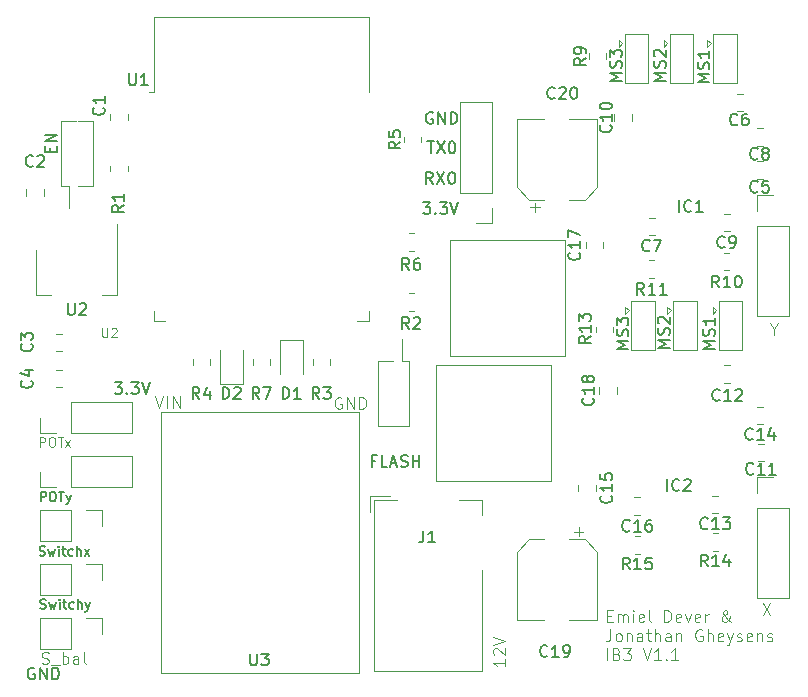
<source format=gbr>
%TF.GenerationSoftware,KiCad,Pcbnew,7.0.1*%
%TF.CreationDate,2023-04-20T17:16:14+02:00*%
%TF.ProjectId,PCB_evenwicht,5043425f-6576-4656-9e77-696368742e6b,rev?*%
%TF.SameCoordinates,Original*%
%TF.FileFunction,Legend,Top*%
%TF.FilePolarity,Positive*%
%FSLAX46Y46*%
G04 Gerber Fmt 4.6, Leading zero omitted, Abs format (unit mm)*
G04 Created by KiCad (PCBNEW 7.0.1) date 2023-04-20 17:16:14*
%MOMM*%
%LPD*%
G01*
G04 APERTURE LIST*
%ADD10C,0.100000*%
%ADD11C,0.150000*%
%ADD12C,0.125000*%
%ADD13C,0.120000*%
G04 APERTURE END LIST*
D10*
X167528857Y-96007219D02*
X168195523Y-97007219D01*
X168195523Y-96007219D02*
X167528857Y-97007219D01*
X154365295Y-97053409D02*
X154698628Y-97053409D01*
X154841485Y-97577219D02*
X154365295Y-97577219D01*
X154365295Y-97577219D02*
X154365295Y-96577219D01*
X154365295Y-96577219D02*
X154841485Y-96577219D01*
X155270057Y-97577219D02*
X155270057Y-96910552D01*
X155270057Y-97005790D02*
X155317676Y-96958171D01*
X155317676Y-96958171D02*
X155412914Y-96910552D01*
X155412914Y-96910552D02*
X155555771Y-96910552D01*
X155555771Y-96910552D02*
X155651009Y-96958171D01*
X155651009Y-96958171D02*
X155698628Y-97053409D01*
X155698628Y-97053409D02*
X155698628Y-97577219D01*
X155698628Y-97053409D02*
X155746247Y-96958171D01*
X155746247Y-96958171D02*
X155841485Y-96910552D01*
X155841485Y-96910552D02*
X155984342Y-96910552D01*
X155984342Y-96910552D02*
X156079581Y-96958171D01*
X156079581Y-96958171D02*
X156127200Y-97053409D01*
X156127200Y-97053409D02*
X156127200Y-97577219D01*
X156603390Y-97577219D02*
X156603390Y-96910552D01*
X156603390Y-96577219D02*
X156555771Y-96624838D01*
X156555771Y-96624838D02*
X156603390Y-96672457D01*
X156603390Y-96672457D02*
X156651009Y-96624838D01*
X156651009Y-96624838D02*
X156603390Y-96577219D01*
X156603390Y-96577219D02*
X156603390Y-96672457D01*
X157460532Y-97529600D02*
X157365294Y-97577219D01*
X157365294Y-97577219D02*
X157174818Y-97577219D01*
X157174818Y-97577219D02*
X157079580Y-97529600D01*
X157079580Y-97529600D02*
X157031961Y-97434361D01*
X157031961Y-97434361D02*
X157031961Y-97053409D01*
X157031961Y-97053409D02*
X157079580Y-96958171D01*
X157079580Y-96958171D02*
X157174818Y-96910552D01*
X157174818Y-96910552D02*
X157365294Y-96910552D01*
X157365294Y-96910552D02*
X157460532Y-96958171D01*
X157460532Y-96958171D02*
X157508151Y-97053409D01*
X157508151Y-97053409D02*
X157508151Y-97148647D01*
X157508151Y-97148647D02*
X157031961Y-97243885D01*
X158079580Y-97577219D02*
X157984342Y-97529600D01*
X157984342Y-97529600D02*
X157936723Y-97434361D01*
X157936723Y-97434361D02*
X157936723Y-96577219D01*
X159222438Y-97577219D02*
X159222438Y-96577219D01*
X159222438Y-96577219D02*
X159460533Y-96577219D01*
X159460533Y-96577219D02*
X159603390Y-96624838D01*
X159603390Y-96624838D02*
X159698628Y-96720076D01*
X159698628Y-96720076D02*
X159746247Y-96815314D01*
X159746247Y-96815314D02*
X159793866Y-97005790D01*
X159793866Y-97005790D02*
X159793866Y-97148647D01*
X159793866Y-97148647D02*
X159746247Y-97339123D01*
X159746247Y-97339123D02*
X159698628Y-97434361D01*
X159698628Y-97434361D02*
X159603390Y-97529600D01*
X159603390Y-97529600D02*
X159460533Y-97577219D01*
X159460533Y-97577219D02*
X159222438Y-97577219D01*
X160603390Y-97529600D02*
X160508152Y-97577219D01*
X160508152Y-97577219D02*
X160317676Y-97577219D01*
X160317676Y-97577219D02*
X160222438Y-97529600D01*
X160222438Y-97529600D02*
X160174819Y-97434361D01*
X160174819Y-97434361D02*
X160174819Y-97053409D01*
X160174819Y-97053409D02*
X160222438Y-96958171D01*
X160222438Y-96958171D02*
X160317676Y-96910552D01*
X160317676Y-96910552D02*
X160508152Y-96910552D01*
X160508152Y-96910552D02*
X160603390Y-96958171D01*
X160603390Y-96958171D02*
X160651009Y-97053409D01*
X160651009Y-97053409D02*
X160651009Y-97148647D01*
X160651009Y-97148647D02*
X160174819Y-97243885D01*
X160984343Y-96910552D02*
X161222438Y-97577219D01*
X161222438Y-97577219D02*
X161460533Y-96910552D01*
X162222438Y-97529600D02*
X162127200Y-97577219D01*
X162127200Y-97577219D02*
X161936724Y-97577219D01*
X161936724Y-97577219D02*
X161841486Y-97529600D01*
X161841486Y-97529600D02*
X161793867Y-97434361D01*
X161793867Y-97434361D02*
X161793867Y-97053409D01*
X161793867Y-97053409D02*
X161841486Y-96958171D01*
X161841486Y-96958171D02*
X161936724Y-96910552D01*
X161936724Y-96910552D02*
X162127200Y-96910552D01*
X162127200Y-96910552D02*
X162222438Y-96958171D01*
X162222438Y-96958171D02*
X162270057Y-97053409D01*
X162270057Y-97053409D02*
X162270057Y-97148647D01*
X162270057Y-97148647D02*
X161793867Y-97243885D01*
X162698629Y-97577219D02*
X162698629Y-96910552D01*
X162698629Y-97101028D02*
X162746248Y-97005790D01*
X162746248Y-97005790D02*
X162793867Y-96958171D01*
X162793867Y-96958171D02*
X162889105Y-96910552D01*
X162889105Y-96910552D02*
X162984343Y-96910552D01*
X164889106Y-97577219D02*
X164841487Y-97577219D01*
X164841487Y-97577219D02*
X164746248Y-97529600D01*
X164746248Y-97529600D02*
X164603391Y-97386742D01*
X164603391Y-97386742D02*
X164365296Y-97101028D01*
X164365296Y-97101028D02*
X164270058Y-96958171D01*
X164270058Y-96958171D02*
X164222439Y-96815314D01*
X164222439Y-96815314D02*
X164222439Y-96720076D01*
X164222439Y-96720076D02*
X164270058Y-96624838D01*
X164270058Y-96624838D02*
X164365296Y-96577219D01*
X164365296Y-96577219D02*
X164412915Y-96577219D01*
X164412915Y-96577219D02*
X164508153Y-96624838D01*
X164508153Y-96624838D02*
X164555772Y-96720076D01*
X164555772Y-96720076D02*
X164555772Y-96767695D01*
X164555772Y-96767695D02*
X164508153Y-96862933D01*
X164508153Y-96862933D02*
X164460534Y-96910552D01*
X164460534Y-96910552D02*
X164174820Y-97101028D01*
X164174820Y-97101028D02*
X164127201Y-97148647D01*
X164127201Y-97148647D02*
X164079582Y-97243885D01*
X164079582Y-97243885D02*
X164079582Y-97386742D01*
X164079582Y-97386742D02*
X164127201Y-97481980D01*
X164127201Y-97481980D02*
X164174820Y-97529600D01*
X164174820Y-97529600D02*
X164270058Y-97577219D01*
X164270058Y-97577219D02*
X164412915Y-97577219D01*
X164412915Y-97577219D02*
X164508153Y-97529600D01*
X164508153Y-97529600D02*
X164555772Y-97481980D01*
X164555772Y-97481980D02*
X164698629Y-97291504D01*
X164698629Y-97291504D02*
X164746248Y-97148647D01*
X164746248Y-97148647D02*
X164746248Y-97053409D01*
X154651009Y-98197219D02*
X154651009Y-98911504D01*
X154651009Y-98911504D02*
X154603390Y-99054361D01*
X154603390Y-99054361D02*
X154508152Y-99149600D01*
X154508152Y-99149600D02*
X154365295Y-99197219D01*
X154365295Y-99197219D02*
X154270057Y-99197219D01*
X155270057Y-99197219D02*
X155174819Y-99149600D01*
X155174819Y-99149600D02*
X155127200Y-99101980D01*
X155127200Y-99101980D02*
X155079581Y-99006742D01*
X155079581Y-99006742D02*
X155079581Y-98721028D01*
X155079581Y-98721028D02*
X155127200Y-98625790D01*
X155127200Y-98625790D02*
X155174819Y-98578171D01*
X155174819Y-98578171D02*
X155270057Y-98530552D01*
X155270057Y-98530552D02*
X155412914Y-98530552D01*
X155412914Y-98530552D02*
X155508152Y-98578171D01*
X155508152Y-98578171D02*
X155555771Y-98625790D01*
X155555771Y-98625790D02*
X155603390Y-98721028D01*
X155603390Y-98721028D02*
X155603390Y-99006742D01*
X155603390Y-99006742D02*
X155555771Y-99101980D01*
X155555771Y-99101980D02*
X155508152Y-99149600D01*
X155508152Y-99149600D02*
X155412914Y-99197219D01*
X155412914Y-99197219D02*
X155270057Y-99197219D01*
X156031962Y-98530552D02*
X156031962Y-99197219D01*
X156031962Y-98625790D02*
X156079581Y-98578171D01*
X156079581Y-98578171D02*
X156174819Y-98530552D01*
X156174819Y-98530552D02*
X156317676Y-98530552D01*
X156317676Y-98530552D02*
X156412914Y-98578171D01*
X156412914Y-98578171D02*
X156460533Y-98673409D01*
X156460533Y-98673409D02*
X156460533Y-99197219D01*
X157365295Y-99197219D02*
X157365295Y-98673409D01*
X157365295Y-98673409D02*
X157317676Y-98578171D01*
X157317676Y-98578171D02*
X157222438Y-98530552D01*
X157222438Y-98530552D02*
X157031962Y-98530552D01*
X157031962Y-98530552D02*
X156936724Y-98578171D01*
X157365295Y-99149600D02*
X157270057Y-99197219D01*
X157270057Y-99197219D02*
X157031962Y-99197219D01*
X157031962Y-99197219D02*
X156936724Y-99149600D01*
X156936724Y-99149600D02*
X156889105Y-99054361D01*
X156889105Y-99054361D02*
X156889105Y-98959123D01*
X156889105Y-98959123D02*
X156936724Y-98863885D01*
X156936724Y-98863885D02*
X157031962Y-98816266D01*
X157031962Y-98816266D02*
X157270057Y-98816266D01*
X157270057Y-98816266D02*
X157365295Y-98768647D01*
X157698629Y-98530552D02*
X158079581Y-98530552D01*
X157841486Y-98197219D02*
X157841486Y-99054361D01*
X157841486Y-99054361D02*
X157889105Y-99149600D01*
X157889105Y-99149600D02*
X157984343Y-99197219D01*
X157984343Y-99197219D02*
X158079581Y-99197219D01*
X158412915Y-99197219D02*
X158412915Y-98197219D01*
X158841486Y-99197219D02*
X158841486Y-98673409D01*
X158841486Y-98673409D02*
X158793867Y-98578171D01*
X158793867Y-98578171D02*
X158698629Y-98530552D01*
X158698629Y-98530552D02*
X158555772Y-98530552D01*
X158555772Y-98530552D02*
X158460534Y-98578171D01*
X158460534Y-98578171D02*
X158412915Y-98625790D01*
X159746248Y-99197219D02*
X159746248Y-98673409D01*
X159746248Y-98673409D02*
X159698629Y-98578171D01*
X159698629Y-98578171D02*
X159603391Y-98530552D01*
X159603391Y-98530552D02*
X159412915Y-98530552D01*
X159412915Y-98530552D02*
X159317677Y-98578171D01*
X159746248Y-99149600D02*
X159651010Y-99197219D01*
X159651010Y-99197219D02*
X159412915Y-99197219D01*
X159412915Y-99197219D02*
X159317677Y-99149600D01*
X159317677Y-99149600D02*
X159270058Y-99054361D01*
X159270058Y-99054361D02*
X159270058Y-98959123D01*
X159270058Y-98959123D02*
X159317677Y-98863885D01*
X159317677Y-98863885D02*
X159412915Y-98816266D01*
X159412915Y-98816266D02*
X159651010Y-98816266D01*
X159651010Y-98816266D02*
X159746248Y-98768647D01*
X160222439Y-98530552D02*
X160222439Y-99197219D01*
X160222439Y-98625790D02*
X160270058Y-98578171D01*
X160270058Y-98578171D02*
X160365296Y-98530552D01*
X160365296Y-98530552D02*
X160508153Y-98530552D01*
X160508153Y-98530552D02*
X160603391Y-98578171D01*
X160603391Y-98578171D02*
X160651010Y-98673409D01*
X160651010Y-98673409D02*
X160651010Y-99197219D01*
X162412915Y-98244838D02*
X162317677Y-98197219D01*
X162317677Y-98197219D02*
X162174820Y-98197219D01*
X162174820Y-98197219D02*
X162031963Y-98244838D01*
X162031963Y-98244838D02*
X161936725Y-98340076D01*
X161936725Y-98340076D02*
X161889106Y-98435314D01*
X161889106Y-98435314D02*
X161841487Y-98625790D01*
X161841487Y-98625790D02*
X161841487Y-98768647D01*
X161841487Y-98768647D02*
X161889106Y-98959123D01*
X161889106Y-98959123D02*
X161936725Y-99054361D01*
X161936725Y-99054361D02*
X162031963Y-99149600D01*
X162031963Y-99149600D02*
X162174820Y-99197219D01*
X162174820Y-99197219D02*
X162270058Y-99197219D01*
X162270058Y-99197219D02*
X162412915Y-99149600D01*
X162412915Y-99149600D02*
X162460534Y-99101980D01*
X162460534Y-99101980D02*
X162460534Y-98768647D01*
X162460534Y-98768647D02*
X162270058Y-98768647D01*
X162889106Y-99197219D02*
X162889106Y-98197219D01*
X163317677Y-99197219D02*
X163317677Y-98673409D01*
X163317677Y-98673409D02*
X163270058Y-98578171D01*
X163270058Y-98578171D02*
X163174820Y-98530552D01*
X163174820Y-98530552D02*
X163031963Y-98530552D01*
X163031963Y-98530552D02*
X162936725Y-98578171D01*
X162936725Y-98578171D02*
X162889106Y-98625790D01*
X164174820Y-99149600D02*
X164079582Y-99197219D01*
X164079582Y-99197219D02*
X163889106Y-99197219D01*
X163889106Y-99197219D02*
X163793868Y-99149600D01*
X163793868Y-99149600D02*
X163746249Y-99054361D01*
X163746249Y-99054361D02*
X163746249Y-98673409D01*
X163746249Y-98673409D02*
X163793868Y-98578171D01*
X163793868Y-98578171D02*
X163889106Y-98530552D01*
X163889106Y-98530552D02*
X164079582Y-98530552D01*
X164079582Y-98530552D02*
X164174820Y-98578171D01*
X164174820Y-98578171D02*
X164222439Y-98673409D01*
X164222439Y-98673409D02*
X164222439Y-98768647D01*
X164222439Y-98768647D02*
X163746249Y-98863885D01*
X164555773Y-98530552D02*
X164793868Y-99197219D01*
X165031963Y-98530552D02*
X164793868Y-99197219D01*
X164793868Y-99197219D02*
X164698630Y-99435314D01*
X164698630Y-99435314D02*
X164651011Y-99482933D01*
X164651011Y-99482933D02*
X164555773Y-99530552D01*
X165365297Y-99149600D02*
X165460535Y-99197219D01*
X165460535Y-99197219D02*
X165651011Y-99197219D01*
X165651011Y-99197219D02*
X165746249Y-99149600D01*
X165746249Y-99149600D02*
X165793868Y-99054361D01*
X165793868Y-99054361D02*
X165793868Y-99006742D01*
X165793868Y-99006742D02*
X165746249Y-98911504D01*
X165746249Y-98911504D02*
X165651011Y-98863885D01*
X165651011Y-98863885D02*
X165508154Y-98863885D01*
X165508154Y-98863885D02*
X165412916Y-98816266D01*
X165412916Y-98816266D02*
X165365297Y-98721028D01*
X165365297Y-98721028D02*
X165365297Y-98673409D01*
X165365297Y-98673409D02*
X165412916Y-98578171D01*
X165412916Y-98578171D02*
X165508154Y-98530552D01*
X165508154Y-98530552D02*
X165651011Y-98530552D01*
X165651011Y-98530552D02*
X165746249Y-98578171D01*
X166603392Y-99149600D02*
X166508154Y-99197219D01*
X166508154Y-99197219D02*
X166317678Y-99197219D01*
X166317678Y-99197219D02*
X166222440Y-99149600D01*
X166222440Y-99149600D02*
X166174821Y-99054361D01*
X166174821Y-99054361D02*
X166174821Y-98673409D01*
X166174821Y-98673409D02*
X166222440Y-98578171D01*
X166222440Y-98578171D02*
X166317678Y-98530552D01*
X166317678Y-98530552D02*
X166508154Y-98530552D01*
X166508154Y-98530552D02*
X166603392Y-98578171D01*
X166603392Y-98578171D02*
X166651011Y-98673409D01*
X166651011Y-98673409D02*
X166651011Y-98768647D01*
X166651011Y-98768647D02*
X166174821Y-98863885D01*
X167079583Y-98530552D02*
X167079583Y-99197219D01*
X167079583Y-98625790D02*
X167127202Y-98578171D01*
X167127202Y-98578171D02*
X167222440Y-98530552D01*
X167222440Y-98530552D02*
X167365297Y-98530552D01*
X167365297Y-98530552D02*
X167460535Y-98578171D01*
X167460535Y-98578171D02*
X167508154Y-98673409D01*
X167508154Y-98673409D02*
X167508154Y-99197219D01*
X167936726Y-99149600D02*
X168031964Y-99197219D01*
X168031964Y-99197219D02*
X168222440Y-99197219D01*
X168222440Y-99197219D02*
X168317678Y-99149600D01*
X168317678Y-99149600D02*
X168365297Y-99054361D01*
X168365297Y-99054361D02*
X168365297Y-99006742D01*
X168365297Y-99006742D02*
X168317678Y-98911504D01*
X168317678Y-98911504D02*
X168222440Y-98863885D01*
X168222440Y-98863885D02*
X168079583Y-98863885D01*
X168079583Y-98863885D02*
X167984345Y-98816266D01*
X167984345Y-98816266D02*
X167936726Y-98721028D01*
X167936726Y-98721028D02*
X167936726Y-98673409D01*
X167936726Y-98673409D02*
X167984345Y-98578171D01*
X167984345Y-98578171D02*
X168079583Y-98530552D01*
X168079583Y-98530552D02*
X168222440Y-98530552D01*
X168222440Y-98530552D02*
X168317678Y-98578171D01*
X154365295Y-100817219D02*
X154365295Y-99817219D01*
X155174818Y-100293409D02*
X155317675Y-100341028D01*
X155317675Y-100341028D02*
X155365294Y-100388647D01*
X155365294Y-100388647D02*
X155412913Y-100483885D01*
X155412913Y-100483885D02*
X155412913Y-100626742D01*
X155412913Y-100626742D02*
X155365294Y-100721980D01*
X155365294Y-100721980D02*
X155317675Y-100769600D01*
X155317675Y-100769600D02*
X155222437Y-100817219D01*
X155222437Y-100817219D02*
X154841485Y-100817219D01*
X154841485Y-100817219D02*
X154841485Y-99817219D01*
X154841485Y-99817219D02*
X155174818Y-99817219D01*
X155174818Y-99817219D02*
X155270056Y-99864838D01*
X155270056Y-99864838D02*
X155317675Y-99912457D01*
X155317675Y-99912457D02*
X155365294Y-100007695D01*
X155365294Y-100007695D02*
X155365294Y-100102933D01*
X155365294Y-100102933D02*
X155317675Y-100198171D01*
X155317675Y-100198171D02*
X155270056Y-100245790D01*
X155270056Y-100245790D02*
X155174818Y-100293409D01*
X155174818Y-100293409D02*
X154841485Y-100293409D01*
X155746247Y-99817219D02*
X156365294Y-99817219D01*
X156365294Y-99817219D02*
X156031961Y-100198171D01*
X156031961Y-100198171D02*
X156174818Y-100198171D01*
X156174818Y-100198171D02*
X156270056Y-100245790D01*
X156270056Y-100245790D02*
X156317675Y-100293409D01*
X156317675Y-100293409D02*
X156365294Y-100388647D01*
X156365294Y-100388647D02*
X156365294Y-100626742D01*
X156365294Y-100626742D02*
X156317675Y-100721980D01*
X156317675Y-100721980D02*
X156270056Y-100769600D01*
X156270056Y-100769600D02*
X156174818Y-100817219D01*
X156174818Y-100817219D02*
X155889104Y-100817219D01*
X155889104Y-100817219D02*
X155793866Y-100769600D01*
X155793866Y-100769600D02*
X155746247Y-100721980D01*
X157412914Y-99817219D02*
X157746247Y-100817219D01*
X157746247Y-100817219D02*
X158079580Y-99817219D01*
X158936723Y-100817219D02*
X158365295Y-100817219D01*
X158651009Y-100817219D02*
X158651009Y-99817219D01*
X158651009Y-99817219D02*
X158555771Y-99960076D01*
X158555771Y-99960076D02*
X158460533Y-100055314D01*
X158460533Y-100055314D02*
X158365295Y-100102933D01*
X159365295Y-100721980D02*
X159412914Y-100769600D01*
X159412914Y-100769600D02*
X159365295Y-100817219D01*
X159365295Y-100817219D02*
X159317676Y-100769600D01*
X159317676Y-100769600D02*
X159365295Y-100721980D01*
X159365295Y-100721980D02*
X159365295Y-100817219D01*
X160365294Y-100817219D02*
X159793866Y-100817219D01*
X160079580Y-100817219D02*
X160079580Y-99817219D01*
X160079580Y-99817219D02*
X159984342Y-99960076D01*
X159984342Y-99960076D02*
X159889104Y-100055314D01*
X159889104Y-100055314D02*
X159793866Y-100102933D01*
D11*
X139134838Y-56891219D02*
X139706266Y-56891219D01*
X139420552Y-57891219D02*
X139420552Y-56891219D01*
X139944362Y-56891219D02*
X140611028Y-57891219D01*
X140611028Y-56891219D02*
X139944362Y-57891219D01*
X141182457Y-56891219D02*
X141277695Y-56891219D01*
X141277695Y-56891219D02*
X141372933Y-56938838D01*
X141372933Y-56938838D02*
X141420552Y-56986457D01*
X141420552Y-56986457D02*
X141468171Y-57081695D01*
X141468171Y-57081695D02*
X141515790Y-57272171D01*
X141515790Y-57272171D02*
X141515790Y-57510266D01*
X141515790Y-57510266D02*
X141468171Y-57700742D01*
X141468171Y-57700742D02*
X141420552Y-57795980D01*
X141420552Y-57795980D02*
X141372933Y-57843600D01*
X141372933Y-57843600D02*
X141277695Y-57891219D01*
X141277695Y-57891219D02*
X141182457Y-57891219D01*
X141182457Y-57891219D02*
X141087219Y-57843600D01*
X141087219Y-57843600D02*
X141039600Y-57795980D01*
X141039600Y-57795980D02*
X140991981Y-57700742D01*
X140991981Y-57700742D02*
X140944362Y-57510266D01*
X140944362Y-57510266D02*
X140944362Y-57272171D01*
X140944362Y-57272171D02*
X140991981Y-57081695D01*
X140991981Y-57081695D02*
X141039600Y-56986457D01*
X141039600Y-56986457D02*
X141087219Y-56938838D01*
X141087219Y-56938838D02*
X141182457Y-56891219D01*
D10*
X106514876Y-101074400D02*
X106657733Y-101122019D01*
X106657733Y-101122019D02*
X106895828Y-101122019D01*
X106895828Y-101122019D02*
X106991066Y-101074400D01*
X106991066Y-101074400D02*
X107038685Y-101026780D01*
X107038685Y-101026780D02*
X107086304Y-100931542D01*
X107086304Y-100931542D02*
X107086304Y-100836304D01*
X107086304Y-100836304D02*
X107038685Y-100741066D01*
X107038685Y-100741066D02*
X106991066Y-100693447D01*
X106991066Y-100693447D02*
X106895828Y-100645828D01*
X106895828Y-100645828D02*
X106705352Y-100598209D01*
X106705352Y-100598209D02*
X106610114Y-100550590D01*
X106610114Y-100550590D02*
X106562495Y-100502971D01*
X106562495Y-100502971D02*
X106514876Y-100407733D01*
X106514876Y-100407733D02*
X106514876Y-100312495D01*
X106514876Y-100312495D02*
X106562495Y-100217257D01*
X106562495Y-100217257D02*
X106610114Y-100169638D01*
X106610114Y-100169638D02*
X106705352Y-100122019D01*
X106705352Y-100122019D02*
X106943447Y-100122019D01*
X106943447Y-100122019D02*
X107086304Y-100169638D01*
X107276781Y-101217257D02*
X108038685Y-101217257D01*
X108276781Y-101122019D02*
X108276781Y-100122019D01*
X108276781Y-100502971D02*
X108372019Y-100455352D01*
X108372019Y-100455352D02*
X108562495Y-100455352D01*
X108562495Y-100455352D02*
X108657733Y-100502971D01*
X108657733Y-100502971D02*
X108705352Y-100550590D01*
X108705352Y-100550590D02*
X108752971Y-100645828D01*
X108752971Y-100645828D02*
X108752971Y-100931542D01*
X108752971Y-100931542D02*
X108705352Y-101026780D01*
X108705352Y-101026780D02*
X108657733Y-101074400D01*
X108657733Y-101074400D02*
X108562495Y-101122019D01*
X108562495Y-101122019D02*
X108372019Y-101122019D01*
X108372019Y-101122019D02*
X108276781Y-101074400D01*
X109610114Y-101122019D02*
X109610114Y-100598209D01*
X109610114Y-100598209D02*
X109562495Y-100502971D01*
X109562495Y-100502971D02*
X109467257Y-100455352D01*
X109467257Y-100455352D02*
X109276781Y-100455352D01*
X109276781Y-100455352D02*
X109181543Y-100502971D01*
X109610114Y-101074400D02*
X109514876Y-101122019D01*
X109514876Y-101122019D02*
X109276781Y-101122019D01*
X109276781Y-101122019D02*
X109181543Y-101074400D01*
X109181543Y-101074400D02*
X109133924Y-100979161D01*
X109133924Y-100979161D02*
X109133924Y-100883923D01*
X109133924Y-100883923D02*
X109181543Y-100788685D01*
X109181543Y-100788685D02*
X109276781Y-100741066D01*
X109276781Y-100741066D02*
X109514876Y-100741066D01*
X109514876Y-100741066D02*
X109610114Y-100693447D01*
X110229162Y-101122019D02*
X110133924Y-101074400D01*
X110133924Y-101074400D02*
X110086305Y-100979161D01*
X110086305Y-100979161D02*
X110086305Y-100122019D01*
D11*
X105867104Y-101490438D02*
X105771866Y-101442819D01*
X105771866Y-101442819D02*
X105629009Y-101442819D01*
X105629009Y-101442819D02*
X105486152Y-101490438D01*
X105486152Y-101490438D02*
X105390914Y-101585676D01*
X105390914Y-101585676D02*
X105343295Y-101680914D01*
X105343295Y-101680914D02*
X105295676Y-101871390D01*
X105295676Y-101871390D02*
X105295676Y-102014247D01*
X105295676Y-102014247D02*
X105343295Y-102204723D01*
X105343295Y-102204723D02*
X105390914Y-102299961D01*
X105390914Y-102299961D02*
X105486152Y-102395200D01*
X105486152Y-102395200D02*
X105629009Y-102442819D01*
X105629009Y-102442819D02*
X105724247Y-102442819D01*
X105724247Y-102442819D02*
X105867104Y-102395200D01*
X105867104Y-102395200D02*
X105914723Y-102347580D01*
X105914723Y-102347580D02*
X105914723Y-102014247D01*
X105914723Y-102014247D02*
X105724247Y-102014247D01*
X106343295Y-102442819D02*
X106343295Y-101442819D01*
X106343295Y-101442819D02*
X106914723Y-102442819D01*
X106914723Y-102442819D02*
X106914723Y-101442819D01*
X107390914Y-102442819D02*
X107390914Y-101442819D01*
X107390914Y-101442819D02*
X107629009Y-101442819D01*
X107629009Y-101442819D02*
X107771866Y-101490438D01*
X107771866Y-101490438D02*
X107867104Y-101585676D01*
X107867104Y-101585676D02*
X107914723Y-101680914D01*
X107914723Y-101680914D02*
X107962342Y-101871390D01*
X107962342Y-101871390D02*
X107962342Y-102014247D01*
X107962342Y-102014247D02*
X107914723Y-102204723D01*
X107914723Y-102204723D02*
X107867104Y-102299961D01*
X107867104Y-102299961D02*
X107771866Y-102395200D01*
X107771866Y-102395200D02*
X107629009Y-102442819D01*
X107629009Y-102442819D02*
X107390914Y-102442819D01*
X139598304Y-54449638D02*
X139503066Y-54402019D01*
X139503066Y-54402019D02*
X139360209Y-54402019D01*
X139360209Y-54402019D02*
X139217352Y-54449638D01*
X139217352Y-54449638D02*
X139122114Y-54544876D01*
X139122114Y-54544876D02*
X139074495Y-54640114D01*
X139074495Y-54640114D02*
X139026876Y-54830590D01*
X139026876Y-54830590D02*
X139026876Y-54973447D01*
X139026876Y-54973447D02*
X139074495Y-55163923D01*
X139074495Y-55163923D02*
X139122114Y-55259161D01*
X139122114Y-55259161D02*
X139217352Y-55354400D01*
X139217352Y-55354400D02*
X139360209Y-55402019D01*
X139360209Y-55402019D02*
X139455447Y-55402019D01*
X139455447Y-55402019D02*
X139598304Y-55354400D01*
X139598304Y-55354400D02*
X139645923Y-55306780D01*
X139645923Y-55306780D02*
X139645923Y-54973447D01*
X139645923Y-54973447D02*
X139455447Y-54973447D01*
X140074495Y-55402019D02*
X140074495Y-54402019D01*
X140074495Y-54402019D02*
X140645923Y-55402019D01*
X140645923Y-55402019D02*
X140645923Y-54402019D01*
X141122114Y-55402019D02*
X141122114Y-54402019D01*
X141122114Y-54402019D02*
X141360209Y-54402019D01*
X141360209Y-54402019D02*
X141503066Y-54449638D01*
X141503066Y-54449638D02*
X141598304Y-54544876D01*
X141598304Y-54544876D02*
X141645923Y-54640114D01*
X141645923Y-54640114D02*
X141693542Y-54830590D01*
X141693542Y-54830590D02*
X141693542Y-54973447D01*
X141693542Y-54973447D02*
X141645923Y-55163923D01*
X141645923Y-55163923D02*
X141598304Y-55259161D01*
X141598304Y-55259161D02*
X141503066Y-55354400D01*
X141503066Y-55354400D02*
X141360209Y-55402019D01*
X141360209Y-55402019D02*
X141122114Y-55402019D01*
X139595123Y-60482019D02*
X139261790Y-60005828D01*
X139023695Y-60482019D02*
X139023695Y-59482019D01*
X139023695Y-59482019D02*
X139404647Y-59482019D01*
X139404647Y-59482019D02*
X139499885Y-59529638D01*
X139499885Y-59529638D02*
X139547504Y-59577257D01*
X139547504Y-59577257D02*
X139595123Y-59672495D01*
X139595123Y-59672495D02*
X139595123Y-59815352D01*
X139595123Y-59815352D02*
X139547504Y-59910590D01*
X139547504Y-59910590D02*
X139499885Y-59958209D01*
X139499885Y-59958209D02*
X139404647Y-60005828D01*
X139404647Y-60005828D02*
X139023695Y-60005828D01*
X139928457Y-59482019D02*
X140595123Y-60482019D01*
X140595123Y-59482019D02*
X139928457Y-60482019D01*
X141166552Y-59482019D02*
X141261790Y-59482019D01*
X141261790Y-59482019D02*
X141357028Y-59529638D01*
X141357028Y-59529638D02*
X141404647Y-59577257D01*
X141404647Y-59577257D02*
X141452266Y-59672495D01*
X141452266Y-59672495D02*
X141499885Y-59862971D01*
X141499885Y-59862971D02*
X141499885Y-60101066D01*
X141499885Y-60101066D02*
X141452266Y-60291542D01*
X141452266Y-60291542D02*
X141404647Y-60386780D01*
X141404647Y-60386780D02*
X141357028Y-60434400D01*
X141357028Y-60434400D02*
X141261790Y-60482019D01*
X141261790Y-60482019D02*
X141166552Y-60482019D01*
X141166552Y-60482019D02*
X141071314Y-60434400D01*
X141071314Y-60434400D02*
X141023695Y-60386780D01*
X141023695Y-60386780D02*
X140976076Y-60291542D01*
X140976076Y-60291542D02*
X140928457Y-60101066D01*
X140928457Y-60101066D02*
X140928457Y-59862971D01*
X140928457Y-59862971D02*
X140976076Y-59672495D01*
X140976076Y-59672495D02*
X141023695Y-59577257D01*
X141023695Y-59577257D02*
X141071314Y-59529638D01*
X141071314Y-59529638D02*
X141166552Y-59482019D01*
D10*
X131876704Y-78579638D02*
X131781466Y-78532019D01*
X131781466Y-78532019D02*
X131638609Y-78532019D01*
X131638609Y-78532019D02*
X131495752Y-78579638D01*
X131495752Y-78579638D02*
X131400514Y-78674876D01*
X131400514Y-78674876D02*
X131352895Y-78770114D01*
X131352895Y-78770114D02*
X131305276Y-78960590D01*
X131305276Y-78960590D02*
X131305276Y-79103447D01*
X131305276Y-79103447D02*
X131352895Y-79293923D01*
X131352895Y-79293923D02*
X131400514Y-79389161D01*
X131400514Y-79389161D02*
X131495752Y-79484400D01*
X131495752Y-79484400D02*
X131638609Y-79532019D01*
X131638609Y-79532019D02*
X131733847Y-79532019D01*
X131733847Y-79532019D02*
X131876704Y-79484400D01*
X131876704Y-79484400D02*
X131924323Y-79436780D01*
X131924323Y-79436780D02*
X131924323Y-79103447D01*
X131924323Y-79103447D02*
X131733847Y-79103447D01*
X132352895Y-79532019D02*
X132352895Y-78532019D01*
X132352895Y-78532019D02*
X132924323Y-79532019D01*
X132924323Y-79532019D02*
X132924323Y-78532019D01*
X133400514Y-79532019D02*
X133400514Y-78532019D01*
X133400514Y-78532019D02*
X133638609Y-78532019D01*
X133638609Y-78532019D02*
X133781466Y-78579638D01*
X133781466Y-78579638D02*
X133876704Y-78674876D01*
X133876704Y-78674876D02*
X133924323Y-78770114D01*
X133924323Y-78770114D02*
X133971942Y-78960590D01*
X133971942Y-78960590D02*
X133971942Y-79103447D01*
X133971942Y-79103447D02*
X133924323Y-79293923D01*
X133924323Y-79293923D02*
X133876704Y-79389161D01*
X133876704Y-79389161D02*
X133781466Y-79484400D01*
X133781466Y-79484400D02*
X133638609Y-79532019D01*
X133638609Y-79532019D02*
X133400514Y-79532019D01*
D11*
X138776057Y-62022019D02*
X139395104Y-62022019D01*
X139395104Y-62022019D02*
X139061771Y-62402971D01*
X139061771Y-62402971D02*
X139204628Y-62402971D01*
X139204628Y-62402971D02*
X139299866Y-62450590D01*
X139299866Y-62450590D02*
X139347485Y-62498209D01*
X139347485Y-62498209D02*
X139395104Y-62593447D01*
X139395104Y-62593447D02*
X139395104Y-62831542D01*
X139395104Y-62831542D02*
X139347485Y-62926780D01*
X139347485Y-62926780D02*
X139299866Y-62974400D01*
X139299866Y-62974400D02*
X139204628Y-63022019D01*
X139204628Y-63022019D02*
X138918914Y-63022019D01*
X138918914Y-63022019D02*
X138823676Y-62974400D01*
X138823676Y-62974400D02*
X138776057Y-62926780D01*
X139823676Y-62926780D02*
X139871295Y-62974400D01*
X139871295Y-62974400D02*
X139823676Y-63022019D01*
X139823676Y-63022019D02*
X139776057Y-62974400D01*
X139776057Y-62974400D02*
X139823676Y-62926780D01*
X139823676Y-62926780D02*
X139823676Y-63022019D01*
X140204628Y-62022019D02*
X140823675Y-62022019D01*
X140823675Y-62022019D02*
X140490342Y-62402971D01*
X140490342Y-62402971D02*
X140633199Y-62402971D01*
X140633199Y-62402971D02*
X140728437Y-62450590D01*
X140728437Y-62450590D02*
X140776056Y-62498209D01*
X140776056Y-62498209D02*
X140823675Y-62593447D01*
X140823675Y-62593447D02*
X140823675Y-62831542D01*
X140823675Y-62831542D02*
X140776056Y-62926780D01*
X140776056Y-62926780D02*
X140728437Y-62974400D01*
X140728437Y-62974400D02*
X140633199Y-63022019D01*
X140633199Y-63022019D02*
X140347485Y-63022019D01*
X140347485Y-63022019D02*
X140252247Y-62974400D01*
X140252247Y-62974400D02*
X140204628Y-62926780D01*
X141109390Y-62022019D02*
X141442723Y-63022019D01*
X141442723Y-63022019D02*
X141776056Y-62022019D01*
D10*
X168474971Y-72807428D02*
X168474971Y-73283619D01*
X168141638Y-72283619D02*
X168474971Y-72807428D01*
X168474971Y-72807428D02*
X168808304Y-72283619D01*
X145724419Y-100736495D02*
X145724419Y-101307923D01*
X145724419Y-101022209D02*
X144724419Y-101022209D01*
X144724419Y-101022209D02*
X144867276Y-101117447D01*
X144867276Y-101117447D02*
X144962514Y-101212685D01*
X144962514Y-101212685D02*
X145010133Y-101307923D01*
X144819657Y-100355542D02*
X144772038Y-100307923D01*
X144772038Y-100307923D02*
X144724419Y-100212685D01*
X144724419Y-100212685D02*
X144724419Y-99974590D01*
X144724419Y-99974590D02*
X144772038Y-99879352D01*
X144772038Y-99879352D02*
X144819657Y-99831733D01*
X144819657Y-99831733D02*
X144914895Y-99784114D01*
X144914895Y-99784114D02*
X145010133Y-99784114D01*
X145010133Y-99784114D02*
X145152990Y-99831733D01*
X145152990Y-99831733D02*
X145724419Y-100403161D01*
X145724419Y-100403161D02*
X145724419Y-99784114D01*
X144724419Y-99498399D02*
X145724419Y-99165066D01*
X145724419Y-99165066D02*
X144724419Y-98831733D01*
X116122438Y-78430419D02*
X116455771Y-79430419D01*
X116455771Y-79430419D02*
X116789104Y-78430419D01*
X117122438Y-79430419D02*
X117122438Y-78430419D01*
X117598628Y-79430419D02*
X117598628Y-78430419D01*
X117598628Y-78430419D02*
X118170056Y-79430419D01*
X118170056Y-79430419D02*
X118170056Y-78430419D01*
D11*
X112664857Y-77262019D02*
X113283904Y-77262019D01*
X113283904Y-77262019D02*
X112950571Y-77642971D01*
X112950571Y-77642971D02*
X113093428Y-77642971D01*
X113093428Y-77642971D02*
X113188666Y-77690590D01*
X113188666Y-77690590D02*
X113236285Y-77738209D01*
X113236285Y-77738209D02*
X113283904Y-77833447D01*
X113283904Y-77833447D02*
X113283904Y-78071542D01*
X113283904Y-78071542D02*
X113236285Y-78166780D01*
X113236285Y-78166780D02*
X113188666Y-78214400D01*
X113188666Y-78214400D02*
X113093428Y-78262019D01*
X113093428Y-78262019D02*
X112807714Y-78262019D01*
X112807714Y-78262019D02*
X112712476Y-78214400D01*
X112712476Y-78214400D02*
X112664857Y-78166780D01*
X113712476Y-78166780D02*
X113760095Y-78214400D01*
X113760095Y-78214400D02*
X113712476Y-78262019D01*
X113712476Y-78262019D02*
X113664857Y-78214400D01*
X113664857Y-78214400D02*
X113712476Y-78166780D01*
X113712476Y-78166780D02*
X113712476Y-78262019D01*
X114093428Y-77262019D02*
X114712475Y-77262019D01*
X114712475Y-77262019D02*
X114379142Y-77642971D01*
X114379142Y-77642971D02*
X114521999Y-77642971D01*
X114521999Y-77642971D02*
X114617237Y-77690590D01*
X114617237Y-77690590D02*
X114664856Y-77738209D01*
X114664856Y-77738209D02*
X114712475Y-77833447D01*
X114712475Y-77833447D02*
X114712475Y-78071542D01*
X114712475Y-78071542D02*
X114664856Y-78166780D01*
X114664856Y-78166780D02*
X114617237Y-78214400D01*
X114617237Y-78214400D02*
X114521999Y-78262019D01*
X114521999Y-78262019D02*
X114236285Y-78262019D01*
X114236285Y-78262019D02*
X114141047Y-78214400D01*
X114141047Y-78214400D02*
X114093428Y-78166780D01*
X114998190Y-77262019D02*
X115331523Y-78262019D01*
X115331523Y-78262019D02*
X115664856Y-77262019D01*
%TO.C,R14*%
X162882342Y-92867819D02*
X162549009Y-92391628D01*
X162310914Y-92867819D02*
X162310914Y-91867819D01*
X162310914Y-91867819D02*
X162691866Y-91867819D01*
X162691866Y-91867819D02*
X162787104Y-91915438D01*
X162787104Y-91915438D02*
X162834723Y-91963057D01*
X162834723Y-91963057D02*
X162882342Y-92058295D01*
X162882342Y-92058295D02*
X162882342Y-92201152D01*
X162882342Y-92201152D02*
X162834723Y-92296390D01*
X162834723Y-92296390D02*
X162787104Y-92344009D01*
X162787104Y-92344009D02*
X162691866Y-92391628D01*
X162691866Y-92391628D02*
X162310914Y-92391628D01*
X163834723Y-92867819D02*
X163263295Y-92867819D01*
X163549009Y-92867819D02*
X163549009Y-91867819D01*
X163549009Y-91867819D02*
X163453771Y-92010676D01*
X163453771Y-92010676D02*
X163358533Y-92105914D01*
X163358533Y-92105914D02*
X163263295Y-92153533D01*
X164691866Y-92201152D02*
X164691866Y-92867819D01*
X164453771Y-91820200D02*
X164215676Y-92534485D01*
X164215676Y-92534485D02*
X164834723Y-92534485D01*
%TO.C,R15*%
X156274142Y-93121819D02*
X155940809Y-92645628D01*
X155702714Y-93121819D02*
X155702714Y-92121819D01*
X155702714Y-92121819D02*
X156083666Y-92121819D01*
X156083666Y-92121819D02*
X156178904Y-92169438D01*
X156178904Y-92169438D02*
X156226523Y-92217057D01*
X156226523Y-92217057D02*
X156274142Y-92312295D01*
X156274142Y-92312295D02*
X156274142Y-92455152D01*
X156274142Y-92455152D02*
X156226523Y-92550390D01*
X156226523Y-92550390D02*
X156178904Y-92598009D01*
X156178904Y-92598009D02*
X156083666Y-92645628D01*
X156083666Y-92645628D02*
X155702714Y-92645628D01*
X157226523Y-93121819D02*
X156655095Y-93121819D01*
X156940809Y-93121819D02*
X156940809Y-92121819D01*
X156940809Y-92121819D02*
X156845571Y-92264676D01*
X156845571Y-92264676D02*
X156750333Y-92359914D01*
X156750333Y-92359914D02*
X156655095Y-92407533D01*
X158131285Y-92121819D02*
X157655095Y-92121819D01*
X157655095Y-92121819D02*
X157607476Y-92598009D01*
X157607476Y-92598009D02*
X157655095Y-92550390D01*
X157655095Y-92550390D02*
X157750333Y-92502771D01*
X157750333Y-92502771D02*
X157988428Y-92502771D01*
X157988428Y-92502771D02*
X158083666Y-92550390D01*
X158083666Y-92550390D02*
X158131285Y-92598009D01*
X158131285Y-92598009D02*
X158178904Y-92693247D01*
X158178904Y-92693247D02*
X158178904Y-92931342D01*
X158178904Y-92931342D02*
X158131285Y-93026580D01*
X158131285Y-93026580D02*
X158083666Y-93074200D01*
X158083666Y-93074200D02*
X157988428Y-93121819D01*
X157988428Y-93121819D02*
X157750333Y-93121819D01*
X157750333Y-93121819D02*
X157655095Y-93074200D01*
X157655095Y-93074200D02*
X157607476Y-93026580D01*
%TO.C,C18*%
X153158380Y-78620857D02*
X153206000Y-78668476D01*
X153206000Y-78668476D02*
X153253619Y-78811333D01*
X153253619Y-78811333D02*
X153253619Y-78906571D01*
X153253619Y-78906571D02*
X153206000Y-79049428D01*
X153206000Y-79049428D02*
X153110761Y-79144666D01*
X153110761Y-79144666D02*
X153015523Y-79192285D01*
X153015523Y-79192285D02*
X152825047Y-79239904D01*
X152825047Y-79239904D02*
X152682190Y-79239904D01*
X152682190Y-79239904D02*
X152491714Y-79192285D01*
X152491714Y-79192285D02*
X152396476Y-79144666D01*
X152396476Y-79144666D02*
X152301238Y-79049428D01*
X152301238Y-79049428D02*
X152253619Y-78906571D01*
X152253619Y-78906571D02*
X152253619Y-78811333D01*
X152253619Y-78811333D02*
X152301238Y-78668476D01*
X152301238Y-78668476D02*
X152348857Y-78620857D01*
X153253619Y-77668476D02*
X153253619Y-78239904D01*
X153253619Y-77954190D02*
X152253619Y-77954190D01*
X152253619Y-77954190D02*
X152396476Y-78049428D01*
X152396476Y-78049428D02*
X152491714Y-78144666D01*
X152491714Y-78144666D02*
X152539333Y-78239904D01*
X152682190Y-77097047D02*
X152634571Y-77192285D01*
X152634571Y-77192285D02*
X152586952Y-77239904D01*
X152586952Y-77239904D02*
X152491714Y-77287523D01*
X152491714Y-77287523D02*
X152444095Y-77287523D01*
X152444095Y-77287523D02*
X152348857Y-77239904D01*
X152348857Y-77239904D02*
X152301238Y-77192285D01*
X152301238Y-77192285D02*
X152253619Y-77097047D01*
X152253619Y-77097047D02*
X152253619Y-76906571D01*
X152253619Y-76906571D02*
X152301238Y-76811333D01*
X152301238Y-76811333D02*
X152348857Y-76763714D01*
X152348857Y-76763714D02*
X152444095Y-76716095D01*
X152444095Y-76716095D02*
X152491714Y-76716095D01*
X152491714Y-76716095D02*
X152586952Y-76763714D01*
X152586952Y-76763714D02*
X152634571Y-76811333D01*
X152634571Y-76811333D02*
X152682190Y-76906571D01*
X152682190Y-76906571D02*
X152682190Y-77097047D01*
X152682190Y-77097047D02*
X152729809Y-77192285D01*
X152729809Y-77192285D02*
X152777428Y-77239904D01*
X152777428Y-77239904D02*
X152872666Y-77287523D01*
X152872666Y-77287523D02*
X153063142Y-77287523D01*
X153063142Y-77287523D02*
X153158380Y-77239904D01*
X153158380Y-77239904D02*
X153206000Y-77192285D01*
X153206000Y-77192285D02*
X153253619Y-77097047D01*
X153253619Y-77097047D02*
X153253619Y-76906571D01*
X153253619Y-76906571D02*
X153206000Y-76811333D01*
X153206000Y-76811333D02*
X153158380Y-76763714D01*
X153158380Y-76763714D02*
X153063142Y-76716095D01*
X153063142Y-76716095D02*
X152872666Y-76716095D01*
X152872666Y-76716095D02*
X152777428Y-76763714D01*
X152777428Y-76763714D02*
X152729809Y-76811333D01*
X152729809Y-76811333D02*
X152682190Y-76906571D01*
%TO.C,U1*%
X113893695Y-51126219D02*
X113893695Y-51935742D01*
X113893695Y-51935742D02*
X113941314Y-52030980D01*
X113941314Y-52030980D02*
X113988933Y-52078600D01*
X113988933Y-52078600D02*
X114084171Y-52126219D01*
X114084171Y-52126219D02*
X114274647Y-52126219D01*
X114274647Y-52126219D02*
X114369885Y-52078600D01*
X114369885Y-52078600D02*
X114417504Y-52030980D01*
X114417504Y-52030980D02*
X114465123Y-51935742D01*
X114465123Y-51935742D02*
X114465123Y-51126219D01*
X115465123Y-52126219D02*
X114893695Y-52126219D01*
X115179409Y-52126219D02*
X115179409Y-51126219D01*
X115179409Y-51126219D02*
X115084171Y-51269076D01*
X115084171Y-51269076D02*
X114988933Y-51364314D01*
X114988933Y-51364314D02*
X114893695Y-51411933D01*
%TO.C,JP2*%
X159314219Y-51730113D02*
X158314219Y-51730113D01*
X158314219Y-51730113D02*
X159028504Y-51396780D01*
X159028504Y-51396780D02*
X158314219Y-51063447D01*
X158314219Y-51063447D02*
X159314219Y-51063447D01*
X159266600Y-50634875D02*
X159314219Y-50492018D01*
X159314219Y-50492018D02*
X159314219Y-50253923D01*
X159314219Y-50253923D02*
X159266600Y-50158685D01*
X159266600Y-50158685D02*
X159218980Y-50111066D01*
X159218980Y-50111066D02*
X159123742Y-50063447D01*
X159123742Y-50063447D02*
X159028504Y-50063447D01*
X159028504Y-50063447D02*
X158933266Y-50111066D01*
X158933266Y-50111066D02*
X158885647Y-50158685D01*
X158885647Y-50158685D02*
X158838028Y-50253923D01*
X158838028Y-50253923D02*
X158790409Y-50444399D01*
X158790409Y-50444399D02*
X158742790Y-50539637D01*
X158742790Y-50539637D02*
X158695171Y-50587256D01*
X158695171Y-50587256D02*
X158599933Y-50634875D01*
X158599933Y-50634875D02*
X158504695Y-50634875D01*
X158504695Y-50634875D02*
X158409457Y-50587256D01*
X158409457Y-50587256D02*
X158361838Y-50539637D01*
X158361838Y-50539637D02*
X158314219Y-50444399D01*
X158314219Y-50444399D02*
X158314219Y-50206304D01*
X158314219Y-50206304D02*
X158361838Y-50063447D01*
X158409457Y-49682494D02*
X158361838Y-49634875D01*
X158361838Y-49634875D02*
X158314219Y-49539637D01*
X158314219Y-49539637D02*
X158314219Y-49301542D01*
X158314219Y-49301542D02*
X158361838Y-49206304D01*
X158361838Y-49206304D02*
X158409457Y-49158685D01*
X158409457Y-49158685D02*
X158504695Y-49111066D01*
X158504695Y-49111066D02*
X158599933Y-49111066D01*
X158599933Y-49111066D02*
X158742790Y-49158685D01*
X158742790Y-49158685D02*
X159314219Y-49730113D01*
X159314219Y-49730113D02*
X159314219Y-49111066D01*
%TO.C,C2*%
X105751333Y-58939780D02*
X105703714Y-58987400D01*
X105703714Y-58987400D02*
X105560857Y-59035019D01*
X105560857Y-59035019D02*
X105465619Y-59035019D01*
X105465619Y-59035019D02*
X105322762Y-58987400D01*
X105322762Y-58987400D02*
X105227524Y-58892161D01*
X105227524Y-58892161D02*
X105179905Y-58796923D01*
X105179905Y-58796923D02*
X105132286Y-58606447D01*
X105132286Y-58606447D02*
X105132286Y-58463590D01*
X105132286Y-58463590D02*
X105179905Y-58273114D01*
X105179905Y-58273114D02*
X105227524Y-58177876D01*
X105227524Y-58177876D02*
X105322762Y-58082638D01*
X105322762Y-58082638D02*
X105465619Y-58035019D01*
X105465619Y-58035019D02*
X105560857Y-58035019D01*
X105560857Y-58035019D02*
X105703714Y-58082638D01*
X105703714Y-58082638D02*
X105751333Y-58130257D01*
X106132286Y-58130257D02*
X106179905Y-58082638D01*
X106179905Y-58082638D02*
X106275143Y-58035019D01*
X106275143Y-58035019D02*
X106513238Y-58035019D01*
X106513238Y-58035019D02*
X106608476Y-58082638D01*
X106608476Y-58082638D02*
X106656095Y-58130257D01*
X106656095Y-58130257D02*
X106703714Y-58225495D01*
X106703714Y-58225495D02*
X106703714Y-58320733D01*
X106703714Y-58320733D02*
X106656095Y-58463590D01*
X106656095Y-58463590D02*
X106084667Y-59035019D01*
X106084667Y-59035019D02*
X106703714Y-59035019D01*
%TO.C,C14*%
X166692342Y-82053780D02*
X166644723Y-82101400D01*
X166644723Y-82101400D02*
X166501866Y-82149019D01*
X166501866Y-82149019D02*
X166406628Y-82149019D01*
X166406628Y-82149019D02*
X166263771Y-82101400D01*
X166263771Y-82101400D02*
X166168533Y-82006161D01*
X166168533Y-82006161D02*
X166120914Y-81910923D01*
X166120914Y-81910923D02*
X166073295Y-81720447D01*
X166073295Y-81720447D02*
X166073295Y-81577590D01*
X166073295Y-81577590D02*
X166120914Y-81387114D01*
X166120914Y-81387114D02*
X166168533Y-81291876D01*
X166168533Y-81291876D02*
X166263771Y-81196638D01*
X166263771Y-81196638D02*
X166406628Y-81149019D01*
X166406628Y-81149019D02*
X166501866Y-81149019D01*
X166501866Y-81149019D02*
X166644723Y-81196638D01*
X166644723Y-81196638D02*
X166692342Y-81244257D01*
X167644723Y-82149019D02*
X167073295Y-82149019D01*
X167359009Y-82149019D02*
X167359009Y-81149019D01*
X167359009Y-81149019D02*
X167263771Y-81291876D01*
X167263771Y-81291876D02*
X167168533Y-81387114D01*
X167168533Y-81387114D02*
X167073295Y-81434733D01*
X168501866Y-81482352D02*
X168501866Y-82149019D01*
X168263771Y-81101400D02*
X168025676Y-81815685D01*
X168025676Y-81815685D02*
X168644723Y-81815685D01*
D12*
%TO.C,J8*%
X106337257Y-82716895D02*
X106337257Y-81916895D01*
X106337257Y-81916895D02*
X106642019Y-81916895D01*
X106642019Y-81916895D02*
X106718209Y-81954990D01*
X106718209Y-81954990D02*
X106756304Y-81993085D01*
X106756304Y-81993085D02*
X106794400Y-82069276D01*
X106794400Y-82069276D02*
X106794400Y-82183561D01*
X106794400Y-82183561D02*
X106756304Y-82259752D01*
X106756304Y-82259752D02*
X106718209Y-82297847D01*
X106718209Y-82297847D02*
X106642019Y-82335942D01*
X106642019Y-82335942D02*
X106337257Y-82335942D01*
X107289638Y-81916895D02*
X107442019Y-81916895D01*
X107442019Y-81916895D02*
X107518209Y-81954990D01*
X107518209Y-81954990D02*
X107594400Y-82031180D01*
X107594400Y-82031180D02*
X107632495Y-82183561D01*
X107632495Y-82183561D02*
X107632495Y-82450228D01*
X107632495Y-82450228D02*
X107594400Y-82602609D01*
X107594400Y-82602609D02*
X107518209Y-82678800D01*
X107518209Y-82678800D02*
X107442019Y-82716895D01*
X107442019Y-82716895D02*
X107289638Y-82716895D01*
X107289638Y-82716895D02*
X107213447Y-82678800D01*
X107213447Y-82678800D02*
X107137257Y-82602609D01*
X107137257Y-82602609D02*
X107099161Y-82450228D01*
X107099161Y-82450228D02*
X107099161Y-82183561D01*
X107099161Y-82183561D02*
X107137257Y-82031180D01*
X107137257Y-82031180D02*
X107213447Y-81954990D01*
X107213447Y-81954990D02*
X107289638Y-81916895D01*
X107861066Y-81916895D02*
X108318209Y-81916895D01*
X108089637Y-82716895D02*
X108089637Y-81916895D01*
X108508685Y-82716895D02*
X108927733Y-82183561D01*
X108508685Y-82183561D02*
X108927733Y-82716895D01*
D11*
%TO.C,JP6*%
X163479819Y-74437713D02*
X162479819Y-74437713D01*
X162479819Y-74437713D02*
X163194104Y-74104380D01*
X163194104Y-74104380D02*
X162479819Y-73771047D01*
X162479819Y-73771047D02*
X163479819Y-73771047D01*
X163432200Y-73342475D02*
X163479819Y-73199618D01*
X163479819Y-73199618D02*
X163479819Y-72961523D01*
X163479819Y-72961523D02*
X163432200Y-72866285D01*
X163432200Y-72866285D02*
X163384580Y-72818666D01*
X163384580Y-72818666D02*
X163289342Y-72771047D01*
X163289342Y-72771047D02*
X163194104Y-72771047D01*
X163194104Y-72771047D02*
X163098866Y-72818666D01*
X163098866Y-72818666D02*
X163051247Y-72866285D01*
X163051247Y-72866285D02*
X163003628Y-72961523D01*
X163003628Y-72961523D02*
X162956009Y-73151999D01*
X162956009Y-73151999D02*
X162908390Y-73247237D01*
X162908390Y-73247237D02*
X162860771Y-73294856D01*
X162860771Y-73294856D02*
X162765533Y-73342475D01*
X162765533Y-73342475D02*
X162670295Y-73342475D01*
X162670295Y-73342475D02*
X162575057Y-73294856D01*
X162575057Y-73294856D02*
X162527438Y-73247237D01*
X162527438Y-73247237D02*
X162479819Y-73151999D01*
X162479819Y-73151999D02*
X162479819Y-72913904D01*
X162479819Y-72913904D02*
X162527438Y-72771047D01*
X163479819Y-71818666D02*
X163479819Y-72390094D01*
X163479819Y-72104380D02*
X162479819Y-72104380D01*
X162479819Y-72104380D02*
X162622676Y-72199618D01*
X162622676Y-72199618D02*
X162717914Y-72294856D01*
X162717914Y-72294856D02*
X162765533Y-72390094D01*
%TO.C,U2*%
X108712095Y-70582619D02*
X108712095Y-71392142D01*
X108712095Y-71392142D02*
X108759714Y-71487380D01*
X108759714Y-71487380D02*
X108807333Y-71535000D01*
X108807333Y-71535000D02*
X108902571Y-71582619D01*
X108902571Y-71582619D02*
X109093047Y-71582619D01*
X109093047Y-71582619D02*
X109188285Y-71535000D01*
X109188285Y-71535000D02*
X109235904Y-71487380D01*
X109235904Y-71487380D02*
X109283523Y-71392142D01*
X109283523Y-71392142D02*
X109283523Y-70582619D01*
X109712095Y-70677857D02*
X109759714Y-70630238D01*
X109759714Y-70630238D02*
X109854952Y-70582619D01*
X109854952Y-70582619D02*
X110093047Y-70582619D01*
X110093047Y-70582619D02*
X110188285Y-70630238D01*
X110188285Y-70630238D02*
X110235904Y-70677857D01*
X110235904Y-70677857D02*
X110283523Y-70773095D01*
X110283523Y-70773095D02*
X110283523Y-70868333D01*
X110283523Y-70868333D02*
X110235904Y-71011190D01*
X110235904Y-71011190D02*
X109664476Y-71582619D01*
X109664476Y-71582619D02*
X110283523Y-71582619D01*
D13*
X111607676Y-72671295D02*
X111607676Y-73318914D01*
X111607676Y-73318914D02*
X111645771Y-73395104D01*
X111645771Y-73395104D02*
X111683866Y-73433200D01*
X111683866Y-73433200D02*
X111760057Y-73471295D01*
X111760057Y-73471295D02*
X111912438Y-73471295D01*
X111912438Y-73471295D02*
X111988628Y-73433200D01*
X111988628Y-73433200D02*
X112026723Y-73395104D01*
X112026723Y-73395104D02*
X112064819Y-73318914D01*
X112064819Y-73318914D02*
X112064819Y-72671295D01*
X112407675Y-72747485D02*
X112445771Y-72709390D01*
X112445771Y-72709390D02*
X112521961Y-72671295D01*
X112521961Y-72671295D02*
X112712437Y-72671295D01*
X112712437Y-72671295D02*
X112788628Y-72709390D01*
X112788628Y-72709390D02*
X112826723Y-72747485D01*
X112826723Y-72747485D02*
X112864818Y-72823676D01*
X112864818Y-72823676D02*
X112864818Y-72899866D01*
X112864818Y-72899866D02*
X112826723Y-73014152D01*
X112826723Y-73014152D02*
X112369580Y-73471295D01*
X112369580Y-73471295D02*
X112864818Y-73471295D01*
D11*
%TO.C,U3*%
X124129895Y-100249819D02*
X124129895Y-101059342D01*
X124129895Y-101059342D02*
X124177514Y-101154580D01*
X124177514Y-101154580D02*
X124225133Y-101202200D01*
X124225133Y-101202200D02*
X124320371Y-101249819D01*
X124320371Y-101249819D02*
X124510847Y-101249819D01*
X124510847Y-101249819D02*
X124606085Y-101202200D01*
X124606085Y-101202200D02*
X124653704Y-101154580D01*
X124653704Y-101154580D02*
X124701323Y-101059342D01*
X124701323Y-101059342D02*
X124701323Y-100249819D01*
X125082276Y-100249819D02*
X125701323Y-100249819D01*
X125701323Y-100249819D02*
X125367990Y-100630771D01*
X125367990Y-100630771D02*
X125510847Y-100630771D01*
X125510847Y-100630771D02*
X125606085Y-100678390D01*
X125606085Y-100678390D02*
X125653704Y-100726009D01*
X125653704Y-100726009D02*
X125701323Y-100821247D01*
X125701323Y-100821247D02*
X125701323Y-101059342D01*
X125701323Y-101059342D02*
X125653704Y-101154580D01*
X125653704Y-101154580D02*
X125606085Y-101202200D01*
X125606085Y-101202200D02*
X125510847Y-101249819D01*
X125510847Y-101249819D02*
X125225133Y-101249819D01*
X125225133Y-101249819D02*
X125129895Y-101202200D01*
X125129895Y-101202200D02*
X125082276Y-101154580D01*
%TO.C,SW2*%
X134758323Y-83911209D02*
X134424990Y-83911209D01*
X134424990Y-84435019D02*
X134424990Y-83435019D01*
X134424990Y-83435019D02*
X134901180Y-83435019D01*
X135758323Y-84435019D02*
X135282133Y-84435019D01*
X135282133Y-84435019D02*
X135282133Y-83435019D01*
X136044038Y-84149304D02*
X136520228Y-84149304D01*
X135948800Y-84435019D02*
X136282133Y-83435019D01*
X136282133Y-83435019D02*
X136615466Y-84435019D01*
X136901181Y-84387400D02*
X137044038Y-84435019D01*
X137044038Y-84435019D02*
X137282133Y-84435019D01*
X137282133Y-84435019D02*
X137377371Y-84387400D01*
X137377371Y-84387400D02*
X137424990Y-84339780D01*
X137424990Y-84339780D02*
X137472609Y-84244542D01*
X137472609Y-84244542D02*
X137472609Y-84149304D01*
X137472609Y-84149304D02*
X137424990Y-84054066D01*
X137424990Y-84054066D02*
X137377371Y-84006447D01*
X137377371Y-84006447D02*
X137282133Y-83958828D01*
X137282133Y-83958828D02*
X137091657Y-83911209D01*
X137091657Y-83911209D02*
X136996419Y-83863590D01*
X136996419Y-83863590D02*
X136948800Y-83815971D01*
X136948800Y-83815971D02*
X136901181Y-83720733D01*
X136901181Y-83720733D02*
X136901181Y-83625495D01*
X136901181Y-83625495D02*
X136948800Y-83530257D01*
X136948800Y-83530257D02*
X136996419Y-83482638D01*
X136996419Y-83482638D02*
X137091657Y-83435019D01*
X137091657Y-83435019D02*
X137329752Y-83435019D01*
X137329752Y-83435019D02*
X137472609Y-83482638D01*
X137901181Y-84435019D02*
X137901181Y-83435019D01*
X137901181Y-83911209D02*
X138472609Y-83911209D01*
X138472609Y-84435019D02*
X138472609Y-83435019D01*
%TO.C,C9*%
X164320233Y-65797780D02*
X164272614Y-65845400D01*
X164272614Y-65845400D02*
X164129757Y-65893019D01*
X164129757Y-65893019D02*
X164034519Y-65893019D01*
X164034519Y-65893019D02*
X163891662Y-65845400D01*
X163891662Y-65845400D02*
X163796424Y-65750161D01*
X163796424Y-65750161D02*
X163748805Y-65654923D01*
X163748805Y-65654923D02*
X163701186Y-65464447D01*
X163701186Y-65464447D02*
X163701186Y-65321590D01*
X163701186Y-65321590D02*
X163748805Y-65131114D01*
X163748805Y-65131114D02*
X163796424Y-65035876D01*
X163796424Y-65035876D02*
X163891662Y-64940638D01*
X163891662Y-64940638D02*
X164034519Y-64893019D01*
X164034519Y-64893019D02*
X164129757Y-64893019D01*
X164129757Y-64893019D02*
X164272614Y-64940638D01*
X164272614Y-64940638D02*
X164320233Y-64988257D01*
X164796424Y-65893019D02*
X164986900Y-65893019D01*
X164986900Y-65893019D02*
X165082138Y-65845400D01*
X165082138Y-65845400D02*
X165129757Y-65797780D01*
X165129757Y-65797780D02*
X165224995Y-65654923D01*
X165224995Y-65654923D02*
X165272614Y-65464447D01*
X165272614Y-65464447D02*
X165272614Y-65083495D01*
X165272614Y-65083495D02*
X165224995Y-64988257D01*
X165224995Y-64988257D02*
X165177376Y-64940638D01*
X165177376Y-64940638D02*
X165082138Y-64893019D01*
X165082138Y-64893019D02*
X164891662Y-64893019D01*
X164891662Y-64893019D02*
X164796424Y-64940638D01*
X164796424Y-64940638D02*
X164748805Y-64988257D01*
X164748805Y-64988257D02*
X164701186Y-65083495D01*
X164701186Y-65083495D02*
X164701186Y-65321590D01*
X164701186Y-65321590D02*
X164748805Y-65416828D01*
X164748805Y-65416828D02*
X164796424Y-65464447D01*
X164796424Y-65464447D02*
X164891662Y-65512066D01*
X164891662Y-65512066D02*
X165082138Y-65512066D01*
X165082138Y-65512066D02*
X165177376Y-65464447D01*
X165177376Y-65464447D02*
X165224995Y-65416828D01*
X165224995Y-65416828D02*
X165272614Y-65321590D01*
%TO.C,R1*%
X113441819Y-62295066D02*
X112965628Y-62628399D01*
X113441819Y-62866494D02*
X112441819Y-62866494D01*
X112441819Y-62866494D02*
X112441819Y-62485542D01*
X112441819Y-62485542D02*
X112489438Y-62390304D01*
X112489438Y-62390304D02*
X112537057Y-62342685D01*
X112537057Y-62342685D02*
X112632295Y-62295066D01*
X112632295Y-62295066D02*
X112775152Y-62295066D01*
X112775152Y-62295066D02*
X112870390Y-62342685D01*
X112870390Y-62342685D02*
X112918009Y-62390304D01*
X112918009Y-62390304D02*
X112965628Y-62485542D01*
X112965628Y-62485542D02*
X112965628Y-62866494D01*
X113441819Y-61342685D02*
X113441819Y-61914113D01*
X113441819Y-61628399D02*
X112441819Y-61628399D01*
X112441819Y-61628399D02*
X112584676Y-61723637D01*
X112584676Y-61723637D02*
X112679914Y-61818875D01*
X112679914Y-61818875D02*
X112727533Y-61914113D01*
%TO.C,JP5*%
X159669819Y-74336113D02*
X158669819Y-74336113D01*
X158669819Y-74336113D02*
X159384104Y-74002780D01*
X159384104Y-74002780D02*
X158669819Y-73669447D01*
X158669819Y-73669447D02*
X159669819Y-73669447D01*
X159622200Y-73240875D02*
X159669819Y-73098018D01*
X159669819Y-73098018D02*
X159669819Y-72859923D01*
X159669819Y-72859923D02*
X159622200Y-72764685D01*
X159622200Y-72764685D02*
X159574580Y-72717066D01*
X159574580Y-72717066D02*
X159479342Y-72669447D01*
X159479342Y-72669447D02*
X159384104Y-72669447D01*
X159384104Y-72669447D02*
X159288866Y-72717066D01*
X159288866Y-72717066D02*
X159241247Y-72764685D01*
X159241247Y-72764685D02*
X159193628Y-72859923D01*
X159193628Y-72859923D02*
X159146009Y-73050399D01*
X159146009Y-73050399D02*
X159098390Y-73145637D01*
X159098390Y-73145637D02*
X159050771Y-73193256D01*
X159050771Y-73193256D02*
X158955533Y-73240875D01*
X158955533Y-73240875D02*
X158860295Y-73240875D01*
X158860295Y-73240875D02*
X158765057Y-73193256D01*
X158765057Y-73193256D02*
X158717438Y-73145637D01*
X158717438Y-73145637D02*
X158669819Y-73050399D01*
X158669819Y-73050399D02*
X158669819Y-72812304D01*
X158669819Y-72812304D02*
X158717438Y-72669447D01*
X158765057Y-72288494D02*
X158717438Y-72240875D01*
X158717438Y-72240875D02*
X158669819Y-72145637D01*
X158669819Y-72145637D02*
X158669819Y-71907542D01*
X158669819Y-71907542D02*
X158717438Y-71812304D01*
X158717438Y-71812304D02*
X158765057Y-71764685D01*
X158765057Y-71764685D02*
X158860295Y-71717066D01*
X158860295Y-71717066D02*
X158955533Y-71717066D01*
X158955533Y-71717066D02*
X159098390Y-71764685D01*
X159098390Y-71764685D02*
X159669819Y-72336113D01*
X159669819Y-72336113D02*
X159669819Y-71717066D01*
%TO.C,JP1*%
X155605819Y-51730113D02*
X154605819Y-51730113D01*
X154605819Y-51730113D02*
X155320104Y-51396780D01*
X155320104Y-51396780D02*
X154605819Y-51063447D01*
X154605819Y-51063447D02*
X155605819Y-51063447D01*
X155558200Y-50634875D02*
X155605819Y-50492018D01*
X155605819Y-50492018D02*
X155605819Y-50253923D01*
X155605819Y-50253923D02*
X155558200Y-50158685D01*
X155558200Y-50158685D02*
X155510580Y-50111066D01*
X155510580Y-50111066D02*
X155415342Y-50063447D01*
X155415342Y-50063447D02*
X155320104Y-50063447D01*
X155320104Y-50063447D02*
X155224866Y-50111066D01*
X155224866Y-50111066D02*
X155177247Y-50158685D01*
X155177247Y-50158685D02*
X155129628Y-50253923D01*
X155129628Y-50253923D02*
X155082009Y-50444399D01*
X155082009Y-50444399D02*
X155034390Y-50539637D01*
X155034390Y-50539637D02*
X154986771Y-50587256D01*
X154986771Y-50587256D02*
X154891533Y-50634875D01*
X154891533Y-50634875D02*
X154796295Y-50634875D01*
X154796295Y-50634875D02*
X154701057Y-50587256D01*
X154701057Y-50587256D02*
X154653438Y-50539637D01*
X154653438Y-50539637D02*
X154605819Y-50444399D01*
X154605819Y-50444399D02*
X154605819Y-50206304D01*
X154605819Y-50206304D02*
X154653438Y-50063447D01*
X154605819Y-49730113D02*
X154605819Y-49111066D01*
X154605819Y-49111066D02*
X154986771Y-49444399D01*
X154986771Y-49444399D02*
X154986771Y-49301542D01*
X154986771Y-49301542D02*
X155034390Y-49206304D01*
X155034390Y-49206304D02*
X155082009Y-49158685D01*
X155082009Y-49158685D02*
X155177247Y-49111066D01*
X155177247Y-49111066D02*
X155415342Y-49111066D01*
X155415342Y-49111066D02*
X155510580Y-49158685D01*
X155510580Y-49158685D02*
X155558200Y-49206304D01*
X155558200Y-49206304D02*
X155605819Y-49301542D01*
X155605819Y-49301542D02*
X155605819Y-49587256D01*
X155605819Y-49587256D02*
X155558200Y-49682494D01*
X155558200Y-49682494D02*
X155510580Y-49730113D01*
%TO.C,JP4*%
X156164619Y-74437713D02*
X155164619Y-74437713D01*
X155164619Y-74437713D02*
X155878904Y-74104380D01*
X155878904Y-74104380D02*
X155164619Y-73771047D01*
X155164619Y-73771047D02*
X156164619Y-73771047D01*
X156117000Y-73342475D02*
X156164619Y-73199618D01*
X156164619Y-73199618D02*
X156164619Y-72961523D01*
X156164619Y-72961523D02*
X156117000Y-72866285D01*
X156117000Y-72866285D02*
X156069380Y-72818666D01*
X156069380Y-72818666D02*
X155974142Y-72771047D01*
X155974142Y-72771047D02*
X155878904Y-72771047D01*
X155878904Y-72771047D02*
X155783666Y-72818666D01*
X155783666Y-72818666D02*
X155736047Y-72866285D01*
X155736047Y-72866285D02*
X155688428Y-72961523D01*
X155688428Y-72961523D02*
X155640809Y-73151999D01*
X155640809Y-73151999D02*
X155593190Y-73247237D01*
X155593190Y-73247237D02*
X155545571Y-73294856D01*
X155545571Y-73294856D02*
X155450333Y-73342475D01*
X155450333Y-73342475D02*
X155355095Y-73342475D01*
X155355095Y-73342475D02*
X155259857Y-73294856D01*
X155259857Y-73294856D02*
X155212238Y-73247237D01*
X155212238Y-73247237D02*
X155164619Y-73151999D01*
X155164619Y-73151999D02*
X155164619Y-72913904D01*
X155164619Y-72913904D02*
X155212238Y-72771047D01*
X155164619Y-72437713D02*
X155164619Y-71818666D01*
X155164619Y-71818666D02*
X155545571Y-72151999D01*
X155545571Y-72151999D02*
X155545571Y-72009142D01*
X155545571Y-72009142D02*
X155593190Y-71913904D01*
X155593190Y-71913904D02*
X155640809Y-71866285D01*
X155640809Y-71866285D02*
X155736047Y-71818666D01*
X155736047Y-71818666D02*
X155974142Y-71818666D01*
X155974142Y-71818666D02*
X156069380Y-71866285D01*
X156069380Y-71866285D02*
X156117000Y-71913904D01*
X156117000Y-71913904D02*
X156164619Y-72009142D01*
X156164619Y-72009142D02*
X156164619Y-72294856D01*
X156164619Y-72294856D02*
X156117000Y-72390094D01*
X156117000Y-72390094D02*
X156069380Y-72437713D01*
%TO.C,R11*%
X157494042Y-69855419D02*
X157160709Y-69379228D01*
X156922614Y-69855419D02*
X156922614Y-68855419D01*
X156922614Y-68855419D02*
X157303566Y-68855419D01*
X157303566Y-68855419D02*
X157398804Y-68903038D01*
X157398804Y-68903038D02*
X157446423Y-68950657D01*
X157446423Y-68950657D02*
X157494042Y-69045895D01*
X157494042Y-69045895D02*
X157494042Y-69188752D01*
X157494042Y-69188752D02*
X157446423Y-69283990D01*
X157446423Y-69283990D02*
X157398804Y-69331609D01*
X157398804Y-69331609D02*
X157303566Y-69379228D01*
X157303566Y-69379228D02*
X156922614Y-69379228D01*
X158446423Y-69855419D02*
X157874995Y-69855419D01*
X158160709Y-69855419D02*
X158160709Y-68855419D01*
X158160709Y-68855419D02*
X158065471Y-68998276D01*
X158065471Y-68998276D02*
X157970233Y-69093514D01*
X157970233Y-69093514D02*
X157874995Y-69141133D01*
X159398804Y-69855419D02*
X158827376Y-69855419D01*
X159113090Y-69855419D02*
X159113090Y-68855419D01*
X159113090Y-68855419D02*
X159017852Y-68998276D01*
X159017852Y-68998276D02*
X158922614Y-69093514D01*
X158922614Y-69093514D02*
X158827376Y-69141133D01*
%TO.C,SW1*%
X107228409Y-57786494D02*
X107228409Y-57453161D01*
X107752219Y-57310304D02*
X107752219Y-57786494D01*
X107752219Y-57786494D02*
X106752219Y-57786494D01*
X106752219Y-57786494D02*
X106752219Y-57310304D01*
X107752219Y-56881732D02*
X106752219Y-56881732D01*
X106752219Y-56881732D02*
X107752219Y-56310304D01*
X107752219Y-56310304D02*
X106752219Y-56310304D01*
%TO.C,R2*%
X137602933Y-72751019D02*
X137269600Y-72274828D01*
X137031505Y-72751019D02*
X137031505Y-71751019D01*
X137031505Y-71751019D02*
X137412457Y-71751019D01*
X137412457Y-71751019D02*
X137507695Y-71798638D01*
X137507695Y-71798638D02*
X137555314Y-71846257D01*
X137555314Y-71846257D02*
X137602933Y-71941495D01*
X137602933Y-71941495D02*
X137602933Y-72084352D01*
X137602933Y-72084352D02*
X137555314Y-72179590D01*
X137555314Y-72179590D02*
X137507695Y-72227209D01*
X137507695Y-72227209D02*
X137412457Y-72274828D01*
X137412457Y-72274828D02*
X137031505Y-72274828D01*
X137983886Y-71846257D02*
X138031505Y-71798638D01*
X138031505Y-71798638D02*
X138126743Y-71751019D01*
X138126743Y-71751019D02*
X138364838Y-71751019D01*
X138364838Y-71751019D02*
X138460076Y-71798638D01*
X138460076Y-71798638D02*
X138507695Y-71846257D01*
X138507695Y-71846257D02*
X138555314Y-71941495D01*
X138555314Y-71941495D02*
X138555314Y-72036733D01*
X138555314Y-72036733D02*
X138507695Y-72179590D01*
X138507695Y-72179590D02*
X137936267Y-72751019D01*
X137936267Y-72751019D02*
X138555314Y-72751019D01*
%TO.C,R5*%
X136860619Y-56910266D02*
X136384428Y-57243599D01*
X136860619Y-57481694D02*
X135860619Y-57481694D01*
X135860619Y-57481694D02*
X135860619Y-57100742D01*
X135860619Y-57100742D02*
X135908238Y-57005504D01*
X135908238Y-57005504D02*
X135955857Y-56957885D01*
X135955857Y-56957885D02*
X136051095Y-56910266D01*
X136051095Y-56910266D02*
X136193952Y-56910266D01*
X136193952Y-56910266D02*
X136289190Y-56957885D01*
X136289190Y-56957885D02*
X136336809Y-57005504D01*
X136336809Y-57005504D02*
X136384428Y-57100742D01*
X136384428Y-57100742D02*
X136384428Y-57481694D01*
X135860619Y-56005504D02*
X135860619Y-56481694D01*
X135860619Y-56481694D02*
X136336809Y-56529313D01*
X136336809Y-56529313D02*
X136289190Y-56481694D01*
X136289190Y-56481694D02*
X136241571Y-56386456D01*
X136241571Y-56386456D02*
X136241571Y-56148361D01*
X136241571Y-56148361D02*
X136289190Y-56053123D01*
X136289190Y-56053123D02*
X136336809Y-56005504D01*
X136336809Y-56005504D02*
X136432047Y-55957885D01*
X136432047Y-55957885D02*
X136670142Y-55957885D01*
X136670142Y-55957885D02*
X136765380Y-56005504D01*
X136765380Y-56005504D02*
X136813000Y-56053123D01*
X136813000Y-56053123D02*
X136860619Y-56148361D01*
X136860619Y-56148361D02*
X136860619Y-56386456D01*
X136860619Y-56386456D02*
X136813000Y-56481694D01*
X136813000Y-56481694D02*
X136765380Y-56529313D01*
%TO.C,R10*%
X163844042Y-69245819D02*
X163510709Y-68769628D01*
X163272614Y-69245819D02*
X163272614Y-68245819D01*
X163272614Y-68245819D02*
X163653566Y-68245819D01*
X163653566Y-68245819D02*
X163748804Y-68293438D01*
X163748804Y-68293438D02*
X163796423Y-68341057D01*
X163796423Y-68341057D02*
X163844042Y-68436295D01*
X163844042Y-68436295D02*
X163844042Y-68579152D01*
X163844042Y-68579152D02*
X163796423Y-68674390D01*
X163796423Y-68674390D02*
X163748804Y-68722009D01*
X163748804Y-68722009D02*
X163653566Y-68769628D01*
X163653566Y-68769628D02*
X163272614Y-68769628D01*
X164796423Y-69245819D02*
X164224995Y-69245819D01*
X164510709Y-69245819D02*
X164510709Y-68245819D01*
X164510709Y-68245819D02*
X164415471Y-68388676D01*
X164415471Y-68388676D02*
X164320233Y-68483914D01*
X164320233Y-68483914D02*
X164224995Y-68531533D01*
X165415471Y-68245819D02*
X165510709Y-68245819D01*
X165510709Y-68245819D02*
X165605947Y-68293438D01*
X165605947Y-68293438D02*
X165653566Y-68341057D01*
X165653566Y-68341057D02*
X165701185Y-68436295D01*
X165701185Y-68436295D02*
X165748804Y-68626771D01*
X165748804Y-68626771D02*
X165748804Y-68864866D01*
X165748804Y-68864866D02*
X165701185Y-69055342D01*
X165701185Y-69055342D02*
X165653566Y-69150580D01*
X165653566Y-69150580D02*
X165605947Y-69198200D01*
X165605947Y-69198200D02*
X165510709Y-69245819D01*
X165510709Y-69245819D02*
X165415471Y-69245819D01*
X165415471Y-69245819D02*
X165320233Y-69198200D01*
X165320233Y-69198200D02*
X165272614Y-69150580D01*
X165272614Y-69150580D02*
X165224995Y-69055342D01*
X165224995Y-69055342D02*
X165177376Y-68864866D01*
X165177376Y-68864866D02*
X165177376Y-68626771D01*
X165177376Y-68626771D02*
X165224995Y-68436295D01*
X165224995Y-68436295D02*
X165272614Y-68341057D01*
X165272614Y-68341057D02*
X165320233Y-68293438D01*
X165320233Y-68293438D02*
X165415471Y-68245819D01*
%TO.C,J7*%
X106311961Y-91924400D02*
X106426247Y-91962495D01*
X106426247Y-91962495D02*
X106616723Y-91962495D01*
X106616723Y-91962495D02*
X106692914Y-91924400D01*
X106692914Y-91924400D02*
X106731009Y-91886304D01*
X106731009Y-91886304D02*
X106769104Y-91810114D01*
X106769104Y-91810114D02*
X106769104Y-91733923D01*
X106769104Y-91733923D02*
X106731009Y-91657733D01*
X106731009Y-91657733D02*
X106692914Y-91619638D01*
X106692914Y-91619638D02*
X106616723Y-91581542D01*
X106616723Y-91581542D02*
X106464342Y-91543447D01*
X106464342Y-91543447D02*
X106388152Y-91505352D01*
X106388152Y-91505352D02*
X106350057Y-91467257D01*
X106350057Y-91467257D02*
X106311961Y-91391066D01*
X106311961Y-91391066D02*
X106311961Y-91314876D01*
X106311961Y-91314876D02*
X106350057Y-91238685D01*
X106350057Y-91238685D02*
X106388152Y-91200590D01*
X106388152Y-91200590D02*
X106464342Y-91162495D01*
X106464342Y-91162495D02*
X106654819Y-91162495D01*
X106654819Y-91162495D02*
X106769104Y-91200590D01*
X107035771Y-91429161D02*
X107188152Y-91962495D01*
X107188152Y-91962495D02*
X107340533Y-91581542D01*
X107340533Y-91581542D02*
X107492914Y-91962495D01*
X107492914Y-91962495D02*
X107645295Y-91429161D01*
X107950057Y-91962495D02*
X107950057Y-91429161D01*
X107950057Y-91162495D02*
X107911961Y-91200590D01*
X107911961Y-91200590D02*
X107950057Y-91238685D01*
X107950057Y-91238685D02*
X107988152Y-91200590D01*
X107988152Y-91200590D02*
X107950057Y-91162495D01*
X107950057Y-91162495D02*
X107950057Y-91238685D01*
X108216723Y-91429161D02*
X108521485Y-91429161D01*
X108331009Y-91162495D02*
X108331009Y-91848209D01*
X108331009Y-91848209D02*
X108369104Y-91924400D01*
X108369104Y-91924400D02*
X108445294Y-91962495D01*
X108445294Y-91962495D02*
X108521485Y-91962495D01*
X109131009Y-91924400D02*
X109054818Y-91962495D01*
X109054818Y-91962495D02*
X108902437Y-91962495D01*
X108902437Y-91962495D02*
X108826247Y-91924400D01*
X108826247Y-91924400D02*
X108788152Y-91886304D01*
X108788152Y-91886304D02*
X108750056Y-91810114D01*
X108750056Y-91810114D02*
X108750056Y-91581542D01*
X108750056Y-91581542D02*
X108788152Y-91505352D01*
X108788152Y-91505352D02*
X108826247Y-91467257D01*
X108826247Y-91467257D02*
X108902437Y-91429161D01*
X108902437Y-91429161D02*
X109054818Y-91429161D01*
X109054818Y-91429161D02*
X109131009Y-91467257D01*
X109473866Y-91962495D02*
X109473866Y-91162495D01*
X109816723Y-91962495D02*
X109816723Y-91543447D01*
X109816723Y-91543447D02*
X109778628Y-91467257D01*
X109778628Y-91467257D02*
X109702437Y-91429161D01*
X109702437Y-91429161D02*
X109588151Y-91429161D01*
X109588151Y-91429161D02*
X109511961Y-91467257D01*
X109511961Y-91467257D02*
X109473866Y-91505352D01*
X110121485Y-91962495D02*
X110540533Y-91429161D01*
X110121485Y-91429161D02*
X110540533Y-91962495D01*
%TO.C,C10*%
X154646980Y-55503857D02*
X154694600Y-55551476D01*
X154694600Y-55551476D02*
X154742219Y-55694333D01*
X154742219Y-55694333D02*
X154742219Y-55789571D01*
X154742219Y-55789571D02*
X154694600Y-55932428D01*
X154694600Y-55932428D02*
X154599361Y-56027666D01*
X154599361Y-56027666D02*
X154504123Y-56075285D01*
X154504123Y-56075285D02*
X154313647Y-56122904D01*
X154313647Y-56122904D02*
X154170790Y-56122904D01*
X154170790Y-56122904D02*
X153980314Y-56075285D01*
X153980314Y-56075285D02*
X153885076Y-56027666D01*
X153885076Y-56027666D02*
X153789838Y-55932428D01*
X153789838Y-55932428D02*
X153742219Y-55789571D01*
X153742219Y-55789571D02*
X153742219Y-55694333D01*
X153742219Y-55694333D02*
X153789838Y-55551476D01*
X153789838Y-55551476D02*
X153837457Y-55503857D01*
X154742219Y-54551476D02*
X154742219Y-55122904D01*
X154742219Y-54837190D02*
X153742219Y-54837190D01*
X153742219Y-54837190D02*
X153885076Y-54932428D01*
X153885076Y-54932428D02*
X153980314Y-55027666D01*
X153980314Y-55027666D02*
X154027933Y-55122904D01*
X153742219Y-53932428D02*
X153742219Y-53837190D01*
X153742219Y-53837190D02*
X153789838Y-53741952D01*
X153789838Y-53741952D02*
X153837457Y-53694333D01*
X153837457Y-53694333D02*
X153932695Y-53646714D01*
X153932695Y-53646714D02*
X154123171Y-53599095D01*
X154123171Y-53599095D02*
X154361266Y-53599095D01*
X154361266Y-53599095D02*
X154551742Y-53646714D01*
X154551742Y-53646714D02*
X154646980Y-53694333D01*
X154646980Y-53694333D02*
X154694600Y-53741952D01*
X154694600Y-53741952D02*
X154742219Y-53837190D01*
X154742219Y-53837190D02*
X154742219Y-53932428D01*
X154742219Y-53932428D02*
X154694600Y-54027666D01*
X154694600Y-54027666D02*
X154646980Y-54075285D01*
X154646980Y-54075285D02*
X154551742Y-54122904D01*
X154551742Y-54122904D02*
X154361266Y-54170523D01*
X154361266Y-54170523D02*
X154123171Y-54170523D01*
X154123171Y-54170523D02*
X153932695Y-54122904D01*
X153932695Y-54122904D02*
X153837457Y-54075285D01*
X153837457Y-54075285D02*
X153789838Y-54027666D01*
X153789838Y-54027666D02*
X153742219Y-53932428D01*
%TO.C,R3*%
X130008333Y-78694619D02*
X129675000Y-78218428D01*
X129436905Y-78694619D02*
X129436905Y-77694619D01*
X129436905Y-77694619D02*
X129817857Y-77694619D01*
X129817857Y-77694619D02*
X129913095Y-77742238D01*
X129913095Y-77742238D02*
X129960714Y-77789857D01*
X129960714Y-77789857D02*
X130008333Y-77885095D01*
X130008333Y-77885095D02*
X130008333Y-78027952D01*
X130008333Y-78027952D02*
X129960714Y-78123190D01*
X129960714Y-78123190D02*
X129913095Y-78170809D01*
X129913095Y-78170809D02*
X129817857Y-78218428D01*
X129817857Y-78218428D02*
X129436905Y-78218428D01*
X130341667Y-77694619D02*
X130960714Y-77694619D01*
X130960714Y-77694619D02*
X130627381Y-78075571D01*
X130627381Y-78075571D02*
X130770238Y-78075571D01*
X130770238Y-78075571D02*
X130865476Y-78123190D01*
X130865476Y-78123190D02*
X130913095Y-78170809D01*
X130913095Y-78170809D02*
X130960714Y-78266047D01*
X130960714Y-78266047D02*
X130960714Y-78504142D01*
X130960714Y-78504142D02*
X130913095Y-78599380D01*
X130913095Y-78599380D02*
X130865476Y-78647000D01*
X130865476Y-78647000D02*
X130770238Y-78694619D01*
X130770238Y-78694619D02*
X130484524Y-78694619D01*
X130484524Y-78694619D02*
X130389286Y-78647000D01*
X130389286Y-78647000D02*
X130341667Y-78599380D01*
%TO.C,R6*%
X137602933Y-67772619D02*
X137269600Y-67296428D01*
X137031505Y-67772619D02*
X137031505Y-66772619D01*
X137031505Y-66772619D02*
X137412457Y-66772619D01*
X137412457Y-66772619D02*
X137507695Y-66820238D01*
X137507695Y-66820238D02*
X137555314Y-66867857D01*
X137555314Y-66867857D02*
X137602933Y-66963095D01*
X137602933Y-66963095D02*
X137602933Y-67105952D01*
X137602933Y-67105952D02*
X137555314Y-67201190D01*
X137555314Y-67201190D02*
X137507695Y-67248809D01*
X137507695Y-67248809D02*
X137412457Y-67296428D01*
X137412457Y-67296428D02*
X137031505Y-67296428D01*
X138460076Y-66772619D02*
X138269600Y-66772619D01*
X138269600Y-66772619D02*
X138174362Y-66820238D01*
X138174362Y-66820238D02*
X138126743Y-66867857D01*
X138126743Y-66867857D02*
X138031505Y-67010714D01*
X138031505Y-67010714D02*
X137983886Y-67201190D01*
X137983886Y-67201190D02*
X137983886Y-67582142D01*
X137983886Y-67582142D02*
X138031505Y-67677380D01*
X138031505Y-67677380D02*
X138079124Y-67725000D01*
X138079124Y-67725000D02*
X138174362Y-67772619D01*
X138174362Y-67772619D02*
X138364838Y-67772619D01*
X138364838Y-67772619D02*
X138460076Y-67725000D01*
X138460076Y-67725000D02*
X138507695Y-67677380D01*
X138507695Y-67677380D02*
X138555314Y-67582142D01*
X138555314Y-67582142D02*
X138555314Y-67344047D01*
X138555314Y-67344047D02*
X138507695Y-67248809D01*
X138507695Y-67248809D02*
X138460076Y-67201190D01*
X138460076Y-67201190D02*
X138364838Y-67153571D01*
X138364838Y-67153571D02*
X138174362Y-67153571D01*
X138174362Y-67153571D02*
X138079124Y-67201190D01*
X138079124Y-67201190D02*
X138031505Y-67248809D01*
X138031505Y-67248809D02*
X137983886Y-67344047D01*
%TO.C,J3*%
X106381809Y-96394800D02*
X106496095Y-96432895D01*
X106496095Y-96432895D02*
X106686571Y-96432895D01*
X106686571Y-96432895D02*
X106762762Y-96394800D01*
X106762762Y-96394800D02*
X106800857Y-96356704D01*
X106800857Y-96356704D02*
X106838952Y-96280514D01*
X106838952Y-96280514D02*
X106838952Y-96204323D01*
X106838952Y-96204323D02*
X106800857Y-96128133D01*
X106800857Y-96128133D02*
X106762762Y-96090038D01*
X106762762Y-96090038D02*
X106686571Y-96051942D01*
X106686571Y-96051942D02*
X106534190Y-96013847D01*
X106534190Y-96013847D02*
X106458000Y-95975752D01*
X106458000Y-95975752D02*
X106419905Y-95937657D01*
X106419905Y-95937657D02*
X106381809Y-95861466D01*
X106381809Y-95861466D02*
X106381809Y-95785276D01*
X106381809Y-95785276D02*
X106419905Y-95709085D01*
X106419905Y-95709085D02*
X106458000Y-95670990D01*
X106458000Y-95670990D02*
X106534190Y-95632895D01*
X106534190Y-95632895D02*
X106724667Y-95632895D01*
X106724667Y-95632895D02*
X106838952Y-95670990D01*
X107105619Y-95899561D02*
X107258000Y-96432895D01*
X107258000Y-96432895D02*
X107410381Y-96051942D01*
X107410381Y-96051942D02*
X107562762Y-96432895D01*
X107562762Y-96432895D02*
X107715143Y-95899561D01*
X108019905Y-96432895D02*
X108019905Y-95899561D01*
X108019905Y-95632895D02*
X107981809Y-95670990D01*
X107981809Y-95670990D02*
X108019905Y-95709085D01*
X108019905Y-95709085D02*
X108058000Y-95670990D01*
X108058000Y-95670990D02*
X108019905Y-95632895D01*
X108019905Y-95632895D02*
X108019905Y-95709085D01*
X108286571Y-95899561D02*
X108591333Y-95899561D01*
X108400857Y-95632895D02*
X108400857Y-96318609D01*
X108400857Y-96318609D02*
X108438952Y-96394800D01*
X108438952Y-96394800D02*
X108515142Y-96432895D01*
X108515142Y-96432895D02*
X108591333Y-96432895D01*
X109200857Y-96394800D02*
X109124666Y-96432895D01*
X109124666Y-96432895D02*
X108972285Y-96432895D01*
X108972285Y-96432895D02*
X108896095Y-96394800D01*
X108896095Y-96394800D02*
X108858000Y-96356704D01*
X108858000Y-96356704D02*
X108819904Y-96280514D01*
X108819904Y-96280514D02*
X108819904Y-96051942D01*
X108819904Y-96051942D02*
X108858000Y-95975752D01*
X108858000Y-95975752D02*
X108896095Y-95937657D01*
X108896095Y-95937657D02*
X108972285Y-95899561D01*
X108972285Y-95899561D02*
X109124666Y-95899561D01*
X109124666Y-95899561D02*
X109200857Y-95937657D01*
X109543714Y-96432895D02*
X109543714Y-95632895D01*
X109886571Y-96432895D02*
X109886571Y-96013847D01*
X109886571Y-96013847D02*
X109848476Y-95937657D01*
X109848476Y-95937657D02*
X109772285Y-95899561D01*
X109772285Y-95899561D02*
X109657999Y-95899561D01*
X109657999Y-95899561D02*
X109581809Y-95937657D01*
X109581809Y-95937657D02*
X109543714Y-95975752D01*
X110191333Y-95899561D02*
X110381809Y-96432895D01*
X110572286Y-95899561D02*
X110381809Y-96432895D01*
X110381809Y-96432895D02*
X110305619Y-96623371D01*
X110305619Y-96623371D02*
X110267524Y-96661466D01*
X110267524Y-96661466D02*
X110191333Y-96699561D01*
%TO.C,JP3*%
X163022619Y-51831713D02*
X162022619Y-51831713D01*
X162022619Y-51831713D02*
X162736904Y-51498380D01*
X162736904Y-51498380D02*
X162022619Y-51165047D01*
X162022619Y-51165047D02*
X163022619Y-51165047D01*
X162975000Y-50736475D02*
X163022619Y-50593618D01*
X163022619Y-50593618D02*
X163022619Y-50355523D01*
X163022619Y-50355523D02*
X162975000Y-50260285D01*
X162975000Y-50260285D02*
X162927380Y-50212666D01*
X162927380Y-50212666D02*
X162832142Y-50165047D01*
X162832142Y-50165047D02*
X162736904Y-50165047D01*
X162736904Y-50165047D02*
X162641666Y-50212666D01*
X162641666Y-50212666D02*
X162594047Y-50260285D01*
X162594047Y-50260285D02*
X162546428Y-50355523D01*
X162546428Y-50355523D02*
X162498809Y-50545999D01*
X162498809Y-50545999D02*
X162451190Y-50641237D01*
X162451190Y-50641237D02*
X162403571Y-50688856D01*
X162403571Y-50688856D02*
X162308333Y-50736475D01*
X162308333Y-50736475D02*
X162213095Y-50736475D01*
X162213095Y-50736475D02*
X162117857Y-50688856D01*
X162117857Y-50688856D02*
X162070238Y-50641237D01*
X162070238Y-50641237D02*
X162022619Y-50545999D01*
X162022619Y-50545999D02*
X162022619Y-50307904D01*
X162022619Y-50307904D02*
X162070238Y-50165047D01*
X163022619Y-49212666D02*
X163022619Y-49784094D01*
X163022619Y-49498380D02*
X162022619Y-49498380D01*
X162022619Y-49498380D02*
X162165476Y-49593618D01*
X162165476Y-49593618D02*
X162260714Y-49688856D01*
X162260714Y-49688856D02*
X162308333Y-49784094D01*
%TO.C,C19*%
X149318742Y-100443380D02*
X149271123Y-100491000D01*
X149271123Y-100491000D02*
X149128266Y-100538619D01*
X149128266Y-100538619D02*
X149033028Y-100538619D01*
X149033028Y-100538619D02*
X148890171Y-100491000D01*
X148890171Y-100491000D02*
X148794933Y-100395761D01*
X148794933Y-100395761D02*
X148747314Y-100300523D01*
X148747314Y-100300523D02*
X148699695Y-100110047D01*
X148699695Y-100110047D02*
X148699695Y-99967190D01*
X148699695Y-99967190D02*
X148747314Y-99776714D01*
X148747314Y-99776714D02*
X148794933Y-99681476D01*
X148794933Y-99681476D02*
X148890171Y-99586238D01*
X148890171Y-99586238D02*
X149033028Y-99538619D01*
X149033028Y-99538619D02*
X149128266Y-99538619D01*
X149128266Y-99538619D02*
X149271123Y-99586238D01*
X149271123Y-99586238D02*
X149318742Y-99633857D01*
X150271123Y-100538619D02*
X149699695Y-100538619D01*
X149985409Y-100538619D02*
X149985409Y-99538619D01*
X149985409Y-99538619D02*
X149890171Y-99681476D01*
X149890171Y-99681476D02*
X149794933Y-99776714D01*
X149794933Y-99776714D02*
X149699695Y-99824333D01*
X150747314Y-100538619D02*
X150937790Y-100538619D01*
X150937790Y-100538619D02*
X151033028Y-100491000D01*
X151033028Y-100491000D02*
X151080647Y-100443380D01*
X151080647Y-100443380D02*
X151175885Y-100300523D01*
X151175885Y-100300523D02*
X151223504Y-100110047D01*
X151223504Y-100110047D02*
X151223504Y-99729095D01*
X151223504Y-99729095D02*
X151175885Y-99633857D01*
X151175885Y-99633857D02*
X151128266Y-99586238D01*
X151128266Y-99586238D02*
X151033028Y-99538619D01*
X151033028Y-99538619D02*
X150842552Y-99538619D01*
X150842552Y-99538619D02*
X150747314Y-99586238D01*
X150747314Y-99586238D02*
X150699695Y-99633857D01*
X150699695Y-99633857D02*
X150652076Y-99729095D01*
X150652076Y-99729095D02*
X150652076Y-99967190D01*
X150652076Y-99967190D02*
X150699695Y-100062428D01*
X150699695Y-100062428D02*
X150747314Y-100110047D01*
X150747314Y-100110047D02*
X150842552Y-100157666D01*
X150842552Y-100157666D02*
X151033028Y-100157666D01*
X151033028Y-100157666D02*
X151128266Y-100110047D01*
X151128266Y-100110047D02*
X151175885Y-100062428D01*
X151175885Y-100062428D02*
X151223504Y-99967190D01*
%TO.C,C11*%
X166743142Y-85000180D02*
X166695523Y-85047800D01*
X166695523Y-85047800D02*
X166552666Y-85095419D01*
X166552666Y-85095419D02*
X166457428Y-85095419D01*
X166457428Y-85095419D02*
X166314571Y-85047800D01*
X166314571Y-85047800D02*
X166219333Y-84952561D01*
X166219333Y-84952561D02*
X166171714Y-84857323D01*
X166171714Y-84857323D02*
X166124095Y-84666847D01*
X166124095Y-84666847D02*
X166124095Y-84523990D01*
X166124095Y-84523990D02*
X166171714Y-84333514D01*
X166171714Y-84333514D02*
X166219333Y-84238276D01*
X166219333Y-84238276D02*
X166314571Y-84143038D01*
X166314571Y-84143038D02*
X166457428Y-84095419D01*
X166457428Y-84095419D02*
X166552666Y-84095419D01*
X166552666Y-84095419D02*
X166695523Y-84143038D01*
X166695523Y-84143038D02*
X166743142Y-84190657D01*
X167695523Y-85095419D02*
X167124095Y-85095419D01*
X167409809Y-85095419D02*
X167409809Y-84095419D01*
X167409809Y-84095419D02*
X167314571Y-84238276D01*
X167314571Y-84238276D02*
X167219333Y-84333514D01*
X167219333Y-84333514D02*
X167124095Y-84381133D01*
X168647904Y-85095419D02*
X168076476Y-85095419D01*
X168362190Y-85095419D02*
X168362190Y-84095419D01*
X168362190Y-84095419D02*
X168266952Y-84238276D01*
X168266952Y-84238276D02*
X168171714Y-84333514D01*
X168171714Y-84333514D02*
X168076476Y-84381133D01*
%TO.C,C12*%
X163898342Y-78751780D02*
X163850723Y-78799400D01*
X163850723Y-78799400D02*
X163707866Y-78847019D01*
X163707866Y-78847019D02*
X163612628Y-78847019D01*
X163612628Y-78847019D02*
X163469771Y-78799400D01*
X163469771Y-78799400D02*
X163374533Y-78704161D01*
X163374533Y-78704161D02*
X163326914Y-78608923D01*
X163326914Y-78608923D02*
X163279295Y-78418447D01*
X163279295Y-78418447D02*
X163279295Y-78275590D01*
X163279295Y-78275590D02*
X163326914Y-78085114D01*
X163326914Y-78085114D02*
X163374533Y-77989876D01*
X163374533Y-77989876D02*
X163469771Y-77894638D01*
X163469771Y-77894638D02*
X163612628Y-77847019D01*
X163612628Y-77847019D02*
X163707866Y-77847019D01*
X163707866Y-77847019D02*
X163850723Y-77894638D01*
X163850723Y-77894638D02*
X163898342Y-77942257D01*
X164850723Y-78847019D02*
X164279295Y-78847019D01*
X164565009Y-78847019D02*
X164565009Y-77847019D01*
X164565009Y-77847019D02*
X164469771Y-77989876D01*
X164469771Y-77989876D02*
X164374533Y-78085114D01*
X164374533Y-78085114D02*
X164279295Y-78132733D01*
X165231676Y-77942257D02*
X165279295Y-77894638D01*
X165279295Y-77894638D02*
X165374533Y-77847019D01*
X165374533Y-77847019D02*
X165612628Y-77847019D01*
X165612628Y-77847019D02*
X165707866Y-77894638D01*
X165707866Y-77894638D02*
X165755485Y-77942257D01*
X165755485Y-77942257D02*
X165803104Y-78037495D01*
X165803104Y-78037495D02*
X165803104Y-78132733D01*
X165803104Y-78132733D02*
X165755485Y-78275590D01*
X165755485Y-78275590D02*
X165184057Y-78847019D01*
X165184057Y-78847019D02*
X165803104Y-78847019D01*
%TO.C,C16*%
X156278342Y-89826180D02*
X156230723Y-89873800D01*
X156230723Y-89873800D02*
X156087866Y-89921419D01*
X156087866Y-89921419D02*
X155992628Y-89921419D01*
X155992628Y-89921419D02*
X155849771Y-89873800D01*
X155849771Y-89873800D02*
X155754533Y-89778561D01*
X155754533Y-89778561D02*
X155706914Y-89683323D01*
X155706914Y-89683323D02*
X155659295Y-89492847D01*
X155659295Y-89492847D02*
X155659295Y-89349990D01*
X155659295Y-89349990D02*
X155706914Y-89159514D01*
X155706914Y-89159514D02*
X155754533Y-89064276D01*
X155754533Y-89064276D02*
X155849771Y-88969038D01*
X155849771Y-88969038D02*
X155992628Y-88921419D01*
X155992628Y-88921419D02*
X156087866Y-88921419D01*
X156087866Y-88921419D02*
X156230723Y-88969038D01*
X156230723Y-88969038D02*
X156278342Y-89016657D01*
X157230723Y-89921419D02*
X156659295Y-89921419D01*
X156945009Y-89921419D02*
X156945009Y-88921419D01*
X156945009Y-88921419D02*
X156849771Y-89064276D01*
X156849771Y-89064276D02*
X156754533Y-89159514D01*
X156754533Y-89159514D02*
X156659295Y-89207133D01*
X158087866Y-88921419D02*
X157897390Y-88921419D01*
X157897390Y-88921419D02*
X157802152Y-88969038D01*
X157802152Y-88969038D02*
X157754533Y-89016657D01*
X157754533Y-89016657D02*
X157659295Y-89159514D01*
X157659295Y-89159514D02*
X157611676Y-89349990D01*
X157611676Y-89349990D02*
X157611676Y-89730942D01*
X157611676Y-89730942D02*
X157659295Y-89826180D01*
X157659295Y-89826180D02*
X157706914Y-89873800D01*
X157706914Y-89873800D02*
X157802152Y-89921419D01*
X157802152Y-89921419D02*
X157992628Y-89921419D01*
X157992628Y-89921419D02*
X158087866Y-89873800D01*
X158087866Y-89873800D02*
X158135485Y-89826180D01*
X158135485Y-89826180D02*
X158183104Y-89730942D01*
X158183104Y-89730942D02*
X158183104Y-89492847D01*
X158183104Y-89492847D02*
X158135485Y-89397609D01*
X158135485Y-89397609D02*
X158087866Y-89349990D01*
X158087866Y-89349990D02*
X157992628Y-89302371D01*
X157992628Y-89302371D02*
X157802152Y-89302371D01*
X157802152Y-89302371D02*
X157706914Y-89349990D01*
X157706914Y-89349990D02*
X157659295Y-89397609D01*
X157659295Y-89397609D02*
X157611676Y-89492847D01*
%TO.C,R7*%
X124928333Y-78694619D02*
X124595000Y-78218428D01*
X124356905Y-78694619D02*
X124356905Y-77694619D01*
X124356905Y-77694619D02*
X124737857Y-77694619D01*
X124737857Y-77694619D02*
X124833095Y-77742238D01*
X124833095Y-77742238D02*
X124880714Y-77789857D01*
X124880714Y-77789857D02*
X124928333Y-77885095D01*
X124928333Y-77885095D02*
X124928333Y-78027952D01*
X124928333Y-78027952D02*
X124880714Y-78123190D01*
X124880714Y-78123190D02*
X124833095Y-78170809D01*
X124833095Y-78170809D02*
X124737857Y-78218428D01*
X124737857Y-78218428D02*
X124356905Y-78218428D01*
X125261667Y-77694619D02*
X125928333Y-77694619D01*
X125928333Y-77694619D02*
X125499762Y-78694619D01*
%TO.C,C1*%
X111720980Y-54014666D02*
X111768600Y-54062285D01*
X111768600Y-54062285D02*
X111816219Y-54205142D01*
X111816219Y-54205142D02*
X111816219Y-54300380D01*
X111816219Y-54300380D02*
X111768600Y-54443237D01*
X111768600Y-54443237D02*
X111673361Y-54538475D01*
X111673361Y-54538475D02*
X111578123Y-54586094D01*
X111578123Y-54586094D02*
X111387647Y-54633713D01*
X111387647Y-54633713D02*
X111244790Y-54633713D01*
X111244790Y-54633713D02*
X111054314Y-54586094D01*
X111054314Y-54586094D02*
X110959076Y-54538475D01*
X110959076Y-54538475D02*
X110863838Y-54443237D01*
X110863838Y-54443237D02*
X110816219Y-54300380D01*
X110816219Y-54300380D02*
X110816219Y-54205142D01*
X110816219Y-54205142D02*
X110863838Y-54062285D01*
X110863838Y-54062285D02*
X110911457Y-54014666D01*
X111816219Y-53062285D02*
X111816219Y-53633713D01*
X111816219Y-53347999D02*
X110816219Y-53347999D01*
X110816219Y-53347999D02*
X110959076Y-53443237D01*
X110959076Y-53443237D02*
X111054314Y-53538475D01*
X111054314Y-53538475D02*
X111101933Y-53633713D01*
%TO.C,R4*%
X119848333Y-78694619D02*
X119515000Y-78218428D01*
X119276905Y-78694619D02*
X119276905Y-77694619D01*
X119276905Y-77694619D02*
X119657857Y-77694619D01*
X119657857Y-77694619D02*
X119753095Y-77742238D01*
X119753095Y-77742238D02*
X119800714Y-77789857D01*
X119800714Y-77789857D02*
X119848333Y-77885095D01*
X119848333Y-77885095D02*
X119848333Y-78027952D01*
X119848333Y-78027952D02*
X119800714Y-78123190D01*
X119800714Y-78123190D02*
X119753095Y-78170809D01*
X119753095Y-78170809D02*
X119657857Y-78218428D01*
X119657857Y-78218428D02*
X119276905Y-78218428D01*
X120705476Y-78027952D02*
X120705476Y-78694619D01*
X120467381Y-77647000D02*
X120229286Y-78361285D01*
X120229286Y-78361285D02*
X120848333Y-78361285D01*
%TO.C,IC1*%
X160466210Y-62845019D02*
X160466210Y-61845019D01*
X161513828Y-62749780D02*
X161466209Y-62797400D01*
X161466209Y-62797400D02*
X161323352Y-62845019D01*
X161323352Y-62845019D02*
X161228114Y-62845019D01*
X161228114Y-62845019D02*
X161085257Y-62797400D01*
X161085257Y-62797400D02*
X160990019Y-62702161D01*
X160990019Y-62702161D02*
X160942400Y-62606923D01*
X160942400Y-62606923D02*
X160894781Y-62416447D01*
X160894781Y-62416447D02*
X160894781Y-62273590D01*
X160894781Y-62273590D02*
X160942400Y-62083114D01*
X160942400Y-62083114D02*
X160990019Y-61987876D01*
X160990019Y-61987876D02*
X161085257Y-61892638D01*
X161085257Y-61892638D02*
X161228114Y-61845019D01*
X161228114Y-61845019D02*
X161323352Y-61845019D01*
X161323352Y-61845019D02*
X161466209Y-61892638D01*
X161466209Y-61892638D02*
X161513828Y-61940257D01*
X162466209Y-62845019D02*
X161894781Y-62845019D01*
X162180495Y-62845019D02*
X162180495Y-61845019D01*
X162180495Y-61845019D02*
X162085257Y-61987876D01*
X162085257Y-61987876D02*
X161990019Y-62083114D01*
X161990019Y-62083114D02*
X161894781Y-62130733D01*
%TO.C,C17*%
X151998280Y-66296957D02*
X152045900Y-66344576D01*
X152045900Y-66344576D02*
X152093519Y-66487433D01*
X152093519Y-66487433D02*
X152093519Y-66582671D01*
X152093519Y-66582671D02*
X152045900Y-66725528D01*
X152045900Y-66725528D02*
X151950661Y-66820766D01*
X151950661Y-66820766D02*
X151855423Y-66868385D01*
X151855423Y-66868385D02*
X151664947Y-66916004D01*
X151664947Y-66916004D02*
X151522090Y-66916004D01*
X151522090Y-66916004D02*
X151331614Y-66868385D01*
X151331614Y-66868385D02*
X151236376Y-66820766D01*
X151236376Y-66820766D02*
X151141138Y-66725528D01*
X151141138Y-66725528D02*
X151093519Y-66582671D01*
X151093519Y-66582671D02*
X151093519Y-66487433D01*
X151093519Y-66487433D02*
X151141138Y-66344576D01*
X151141138Y-66344576D02*
X151188757Y-66296957D01*
X152093519Y-65344576D02*
X152093519Y-65916004D01*
X152093519Y-65630290D02*
X151093519Y-65630290D01*
X151093519Y-65630290D02*
X151236376Y-65725528D01*
X151236376Y-65725528D02*
X151331614Y-65820766D01*
X151331614Y-65820766D02*
X151379233Y-65916004D01*
X151093519Y-65011242D02*
X151093519Y-64344576D01*
X151093519Y-64344576D02*
X152093519Y-64773147D01*
%TO.C,IC2*%
X159450210Y-86467019D02*
X159450210Y-85467019D01*
X160497828Y-86371780D02*
X160450209Y-86419400D01*
X160450209Y-86419400D02*
X160307352Y-86467019D01*
X160307352Y-86467019D02*
X160212114Y-86467019D01*
X160212114Y-86467019D02*
X160069257Y-86419400D01*
X160069257Y-86419400D02*
X159974019Y-86324161D01*
X159974019Y-86324161D02*
X159926400Y-86228923D01*
X159926400Y-86228923D02*
X159878781Y-86038447D01*
X159878781Y-86038447D02*
X159878781Y-85895590D01*
X159878781Y-85895590D02*
X159926400Y-85705114D01*
X159926400Y-85705114D02*
X159974019Y-85609876D01*
X159974019Y-85609876D02*
X160069257Y-85514638D01*
X160069257Y-85514638D02*
X160212114Y-85467019D01*
X160212114Y-85467019D02*
X160307352Y-85467019D01*
X160307352Y-85467019D02*
X160450209Y-85514638D01*
X160450209Y-85514638D02*
X160497828Y-85562257D01*
X160878781Y-85562257D02*
X160926400Y-85514638D01*
X160926400Y-85514638D02*
X161021638Y-85467019D01*
X161021638Y-85467019D02*
X161259733Y-85467019D01*
X161259733Y-85467019D02*
X161354971Y-85514638D01*
X161354971Y-85514638D02*
X161402590Y-85562257D01*
X161402590Y-85562257D02*
X161450209Y-85657495D01*
X161450209Y-85657495D02*
X161450209Y-85752733D01*
X161450209Y-85752733D02*
X161402590Y-85895590D01*
X161402590Y-85895590D02*
X160831162Y-86467019D01*
X160831162Y-86467019D02*
X161450209Y-86467019D01*
%TO.C,J5*%
X106407105Y-87339695D02*
X106407105Y-86539695D01*
X106407105Y-86539695D02*
X106711867Y-86539695D01*
X106711867Y-86539695D02*
X106788057Y-86577790D01*
X106788057Y-86577790D02*
X106826152Y-86615885D01*
X106826152Y-86615885D02*
X106864248Y-86692076D01*
X106864248Y-86692076D02*
X106864248Y-86806361D01*
X106864248Y-86806361D02*
X106826152Y-86882552D01*
X106826152Y-86882552D02*
X106788057Y-86920647D01*
X106788057Y-86920647D02*
X106711867Y-86958742D01*
X106711867Y-86958742D02*
X106407105Y-86958742D01*
X107359486Y-86539695D02*
X107511867Y-86539695D01*
X107511867Y-86539695D02*
X107588057Y-86577790D01*
X107588057Y-86577790D02*
X107664248Y-86653980D01*
X107664248Y-86653980D02*
X107702343Y-86806361D01*
X107702343Y-86806361D02*
X107702343Y-87073028D01*
X107702343Y-87073028D02*
X107664248Y-87225409D01*
X107664248Y-87225409D02*
X107588057Y-87301600D01*
X107588057Y-87301600D02*
X107511867Y-87339695D01*
X107511867Y-87339695D02*
X107359486Y-87339695D01*
X107359486Y-87339695D02*
X107283295Y-87301600D01*
X107283295Y-87301600D02*
X107207105Y-87225409D01*
X107207105Y-87225409D02*
X107169009Y-87073028D01*
X107169009Y-87073028D02*
X107169009Y-86806361D01*
X107169009Y-86806361D02*
X107207105Y-86653980D01*
X107207105Y-86653980D02*
X107283295Y-86577790D01*
X107283295Y-86577790D02*
X107359486Y-86539695D01*
X107930914Y-86539695D02*
X108388057Y-86539695D01*
X108159485Y-87339695D02*
X108159485Y-86539695D01*
X108578533Y-86806361D02*
X108769009Y-87339695D01*
X108959486Y-86806361D02*
X108769009Y-87339695D01*
X108769009Y-87339695D02*
X108692819Y-87530171D01*
X108692819Y-87530171D02*
X108654724Y-87568266D01*
X108654724Y-87568266D02*
X108578533Y-87606361D01*
%TO.C,R13*%
X152964219Y-73388457D02*
X152488028Y-73721790D01*
X152964219Y-73959885D02*
X151964219Y-73959885D01*
X151964219Y-73959885D02*
X151964219Y-73578933D01*
X151964219Y-73578933D02*
X152011838Y-73483695D01*
X152011838Y-73483695D02*
X152059457Y-73436076D01*
X152059457Y-73436076D02*
X152154695Y-73388457D01*
X152154695Y-73388457D02*
X152297552Y-73388457D01*
X152297552Y-73388457D02*
X152392790Y-73436076D01*
X152392790Y-73436076D02*
X152440409Y-73483695D01*
X152440409Y-73483695D02*
X152488028Y-73578933D01*
X152488028Y-73578933D02*
X152488028Y-73959885D01*
X152964219Y-72436076D02*
X152964219Y-73007504D01*
X152964219Y-72721790D02*
X151964219Y-72721790D01*
X151964219Y-72721790D02*
X152107076Y-72817028D01*
X152107076Y-72817028D02*
X152202314Y-72912266D01*
X152202314Y-72912266D02*
X152249933Y-73007504D01*
X151964219Y-72102742D02*
X151964219Y-71483695D01*
X151964219Y-71483695D02*
X152345171Y-71817028D01*
X152345171Y-71817028D02*
X152345171Y-71674171D01*
X152345171Y-71674171D02*
X152392790Y-71578933D01*
X152392790Y-71578933D02*
X152440409Y-71531314D01*
X152440409Y-71531314D02*
X152535647Y-71483695D01*
X152535647Y-71483695D02*
X152773742Y-71483695D01*
X152773742Y-71483695D02*
X152868980Y-71531314D01*
X152868980Y-71531314D02*
X152916600Y-71578933D01*
X152916600Y-71578933D02*
X152964219Y-71674171D01*
X152964219Y-71674171D02*
X152964219Y-71959885D01*
X152964219Y-71959885D02*
X152916600Y-72055123D01*
X152916600Y-72055123D02*
X152868980Y-72102742D01*
%TO.C,C8*%
X167117733Y-58330180D02*
X167070114Y-58377800D01*
X167070114Y-58377800D02*
X166927257Y-58425419D01*
X166927257Y-58425419D02*
X166832019Y-58425419D01*
X166832019Y-58425419D02*
X166689162Y-58377800D01*
X166689162Y-58377800D02*
X166593924Y-58282561D01*
X166593924Y-58282561D02*
X166546305Y-58187323D01*
X166546305Y-58187323D02*
X166498686Y-57996847D01*
X166498686Y-57996847D02*
X166498686Y-57853990D01*
X166498686Y-57853990D02*
X166546305Y-57663514D01*
X166546305Y-57663514D02*
X166593924Y-57568276D01*
X166593924Y-57568276D02*
X166689162Y-57473038D01*
X166689162Y-57473038D02*
X166832019Y-57425419D01*
X166832019Y-57425419D02*
X166927257Y-57425419D01*
X166927257Y-57425419D02*
X167070114Y-57473038D01*
X167070114Y-57473038D02*
X167117733Y-57520657D01*
X167689162Y-57853990D02*
X167593924Y-57806371D01*
X167593924Y-57806371D02*
X167546305Y-57758752D01*
X167546305Y-57758752D02*
X167498686Y-57663514D01*
X167498686Y-57663514D02*
X167498686Y-57615895D01*
X167498686Y-57615895D02*
X167546305Y-57520657D01*
X167546305Y-57520657D02*
X167593924Y-57473038D01*
X167593924Y-57473038D02*
X167689162Y-57425419D01*
X167689162Y-57425419D02*
X167879638Y-57425419D01*
X167879638Y-57425419D02*
X167974876Y-57473038D01*
X167974876Y-57473038D02*
X168022495Y-57520657D01*
X168022495Y-57520657D02*
X168070114Y-57615895D01*
X168070114Y-57615895D02*
X168070114Y-57663514D01*
X168070114Y-57663514D02*
X168022495Y-57758752D01*
X168022495Y-57758752D02*
X167974876Y-57806371D01*
X167974876Y-57806371D02*
X167879638Y-57853990D01*
X167879638Y-57853990D02*
X167689162Y-57853990D01*
X167689162Y-57853990D02*
X167593924Y-57901609D01*
X167593924Y-57901609D02*
X167546305Y-57949228D01*
X167546305Y-57949228D02*
X167498686Y-58044466D01*
X167498686Y-58044466D02*
X167498686Y-58234942D01*
X167498686Y-58234942D02*
X167546305Y-58330180D01*
X167546305Y-58330180D02*
X167593924Y-58377800D01*
X167593924Y-58377800D02*
X167689162Y-58425419D01*
X167689162Y-58425419D02*
X167879638Y-58425419D01*
X167879638Y-58425419D02*
X167974876Y-58377800D01*
X167974876Y-58377800D02*
X168022495Y-58330180D01*
X168022495Y-58330180D02*
X168070114Y-58234942D01*
X168070114Y-58234942D02*
X168070114Y-58044466D01*
X168070114Y-58044466D02*
X168022495Y-57949228D01*
X168022495Y-57949228D02*
X167974876Y-57901609D01*
X167974876Y-57901609D02*
X167879638Y-57853990D01*
%TO.C,C6*%
X165390533Y-55434580D02*
X165342914Y-55482200D01*
X165342914Y-55482200D02*
X165200057Y-55529819D01*
X165200057Y-55529819D02*
X165104819Y-55529819D01*
X165104819Y-55529819D02*
X164961962Y-55482200D01*
X164961962Y-55482200D02*
X164866724Y-55386961D01*
X164866724Y-55386961D02*
X164819105Y-55291723D01*
X164819105Y-55291723D02*
X164771486Y-55101247D01*
X164771486Y-55101247D02*
X164771486Y-54958390D01*
X164771486Y-54958390D02*
X164819105Y-54767914D01*
X164819105Y-54767914D02*
X164866724Y-54672676D01*
X164866724Y-54672676D02*
X164961962Y-54577438D01*
X164961962Y-54577438D02*
X165104819Y-54529819D01*
X165104819Y-54529819D02*
X165200057Y-54529819D01*
X165200057Y-54529819D02*
X165342914Y-54577438D01*
X165342914Y-54577438D02*
X165390533Y-54625057D01*
X166247676Y-54529819D02*
X166057200Y-54529819D01*
X166057200Y-54529819D02*
X165961962Y-54577438D01*
X165961962Y-54577438D02*
X165914343Y-54625057D01*
X165914343Y-54625057D02*
X165819105Y-54767914D01*
X165819105Y-54767914D02*
X165771486Y-54958390D01*
X165771486Y-54958390D02*
X165771486Y-55339342D01*
X165771486Y-55339342D02*
X165819105Y-55434580D01*
X165819105Y-55434580D02*
X165866724Y-55482200D01*
X165866724Y-55482200D02*
X165961962Y-55529819D01*
X165961962Y-55529819D02*
X166152438Y-55529819D01*
X166152438Y-55529819D02*
X166247676Y-55482200D01*
X166247676Y-55482200D02*
X166295295Y-55434580D01*
X166295295Y-55434580D02*
X166342914Y-55339342D01*
X166342914Y-55339342D02*
X166342914Y-55101247D01*
X166342914Y-55101247D02*
X166295295Y-55006009D01*
X166295295Y-55006009D02*
X166247676Y-54958390D01*
X166247676Y-54958390D02*
X166152438Y-54910771D01*
X166152438Y-54910771D02*
X165961962Y-54910771D01*
X165961962Y-54910771D02*
X165866724Y-54958390D01*
X165866724Y-54958390D02*
X165819105Y-55006009D01*
X165819105Y-55006009D02*
X165771486Y-55101247D01*
%TO.C,C7*%
X157970233Y-66102580D02*
X157922614Y-66150200D01*
X157922614Y-66150200D02*
X157779757Y-66197819D01*
X157779757Y-66197819D02*
X157684519Y-66197819D01*
X157684519Y-66197819D02*
X157541662Y-66150200D01*
X157541662Y-66150200D02*
X157446424Y-66054961D01*
X157446424Y-66054961D02*
X157398805Y-65959723D01*
X157398805Y-65959723D02*
X157351186Y-65769247D01*
X157351186Y-65769247D02*
X157351186Y-65626390D01*
X157351186Y-65626390D02*
X157398805Y-65435914D01*
X157398805Y-65435914D02*
X157446424Y-65340676D01*
X157446424Y-65340676D02*
X157541662Y-65245438D01*
X157541662Y-65245438D02*
X157684519Y-65197819D01*
X157684519Y-65197819D02*
X157779757Y-65197819D01*
X157779757Y-65197819D02*
X157922614Y-65245438D01*
X157922614Y-65245438D02*
X157970233Y-65293057D01*
X158303567Y-65197819D02*
X158970233Y-65197819D01*
X158970233Y-65197819D02*
X158541662Y-66197819D01*
%TO.C,D2*%
X121816905Y-78694619D02*
X121816905Y-77694619D01*
X121816905Y-77694619D02*
X122055000Y-77694619D01*
X122055000Y-77694619D02*
X122197857Y-77742238D01*
X122197857Y-77742238D02*
X122293095Y-77837476D01*
X122293095Y-77837476D02*
X122340714Y-77932714D01*
X122340714Y-77932714D02*
X122388333Y-78123190D01*
X122388333Y-78123190D02*
X122388333Y-78266047D01*
X122388333Y-78266047D02*
X122340714Y-78456523D01*
X122340714Y-78456523D02*
X122293095Y-78551761D01*
X122293095Y-78551761D02*
X122197857Y-78647000D01*
X122197857Y-78647000D02*
X122055000Y-78694619D01*
X122055000Y-78694619D02*
X121816905Y-78694619D01*
X122769286Y-77789857D02*
X122816905Y-77742238D01*
X122816905Y-77742238D02*
X122912143Y-77694619D01*
X122912143Y-77694619D02*
X123150238Y-77694619D01*
X123150238Y-77694619D02*
X123245476Y-77742238D01*
X123245476Y-77742238D02*
X123293095Y-77789857D01*
X123293095Y-77789857D02*
X123340714Y-77885095D01*
X123340714Y-77885095D02*
X123340714Y-77980333D01*
X123340714Y-77980333D02*
X123293095Y-78123190D01*
X123293095Y-78123190D02*
X122721667Y-78694619D01*
X122721667Y-78694619D02*
X123340714Y-78694619D01*
%TO.C,C20*%
X149928342Y-53199380D02*
X149880723Y-53247000D01*
X149880723Y-53247000D02*
X149737866Y-53294619D01*
X149737866Y-53294619D02*
X149642628Y-53294619D01*
X149642628Y-53294619D02*
X149499771Y-53247000D01*
X149499771Y-53247000D02*
X149404533Y-53151761D01*
X149404533Y-53151761D02*
X149356914Y-53056523D01*
X149356914Y-53056523D02*
X149309295Y-52866047D01*
X149309295Y-52866047D02*
X149309295Y-52723190D01*
X149309295Y-52723190D02*
X149356914Y-52532714D01*
X149356914Y-52532714D02*
X149404533Y-52437476D01*
X149404533Y-52437476D02*
X149499771Y-52342238D01*
X149499771Y-52342238D02*
X149642628Y-52294619D01*
X149642628Y-52294619D02*
X149737866Y-52294619D01*
X149737866Y-52294619D02*
X149880723Y-52342238D01*
X149880723Y-52342238D02*
X149928342Y-52389857D01*
X150309295Y-52389857D02*
X150356914Y-52342238D01*
X150356914Y-52342238D02*
X150452152Y-52294619D01*
X150452152Y-52294619D02*
X150690247Y-52294619D01*
X150690247Y-52294619D02*
X150785485Y-52342238D01*
X150785485Y-52342238D02*
X150833104Y-52389857D01*
X150833104Y-52389857D02*
X150880723Y-52485095D01*
X150880723Y-52485095D02*
X150880723Y-52580333D01*
X150880723Y-52580333D02*
X150833104Y-52723190D01*
X150833104Y-52723190D02*
X150261676Y-53294619D01*
X150261676Y-53294619D02*
X150880723Y-53294619D01*
X151499771Y-52294619D02*
X151595009Y-52294619D01*
X151595009Y-52294619D02*
X151690247Y-52342238D01*
X151690247Y-52342238D02*
X151737866Y-52389857D01*
X151737866Y-52389857D02*
X151785485Y-52485095D01*
X151785485Y-52485095D02*
X151833104Y-52675571D01*
X151833104Y-52675571D02*
X151833104Y-52913666D01*
X151833104Y-52913666D02*
X151785485Y-53104142D01*
X151785485Y-53104142D02*
X151737866Y-53199380D01*
X151737866Y-53199380D02*
X151690247Y-53247000D01*
X151690247Y-53247000D02*
X151595009Y-53294619D01*
X151595009Y-53294619D02*
X151499771Y-53294619D01*
X151499771Y-53294619D02*
X151404533Y-53247000D01*
X151404533Y-53247000D02*
X151356914Y-53199380D01*
X151356914Y-53199380D02*
X151309295Y-53104142D01*
X151309295Y-53104142D02*
X151261676Y-52913666D01*
X151261676Y-52913666D02*
X151261676Y-52675571D01*
X151261676Y-52675571D02*
X151309295Y-52485095D01*
X151309295Y-52485095D02*
X151356914Y-52389857D01*
X151356914Y-52389857D02*
X151404533Y-52342238D01*
X151404533Y-52342238D02*
X151499771Y-52294619D01*
%TO.C,C5*%
X167117733Y-61124180D02*
X167070114Y-61171800D01*
X167070114Y-61171800D02*
X166927257Y-61219419D01*
X166927257Y-61219419D02*
X166832019Y-61219419D01*
X166832019Y-61219419D02*
X166689162Y-61171800D01*
X166689162Y-61171800D02*
X166593924Y-61076561D01*
X166593924Y-61076561D02*
X166546305Y-60981323D01*
X166546305Y-60981323D02*
X166498686Y-60790847D01*
X166498686Y-60790847D02*
X166498686Y-60647990D01*
X166498686Y-60647990D02*
X166546305Y-60457514D01*
X166546305Y-60457514D02*
X166593924Y-60362276D01*
X166593924Y-60362276D02*
X166689162Y-60267038D01*
X166689162Y-60267038D02*
X166832019Y-60219419D01*
X166832019Y-60219419D02*
X166927257Y-60219419D01*
X166927257Y-60219419D02*
X167070114Y-60267038D01*
X167070114Y-60267038D02*
X167117733Y-60314657D01*
X168022495Y-60219419D02*
X167546305Y-60219419D01*
X167546305Y-60219419D02*
X167498686Y-60695609D01*
X167498686Y-60695609D02*
X167546305Y-60647990D01*
X167546305Y-60647990D02*
X167641543Y-60600371D01*
X167641543Y-60600371D02*
X167879638Y-60600371D01*
X167879638Y-60600371D02*
X167974876Y-60647990D01*
X167974876Y-60647990D02*
X168022495Y-60695609D01*
X168022495Y-60695609D02*
X168070114Y-60790847D01*
X168070114Y-60790847D02*
X168070114Y-61028942D01*
X168070114Y-61028942D02*
X168022495Y-61124180D01*
X168022495Y-61124180D02*
X167974876Y-61171800D01*
X167974876Y-61171800D02*
X167879638Y-61219419D01*
X167879638Y-61219419D02*
X167641543Y-61219419D01*
X167641543Y-61219419D02*
X167546305Y-61171800D01*
X167546305Y-61171800D02*
X167498686Y-61124180D01*
%TO.C,C15*%
X154701380Y-86875857D02*
X154749000Y-86923476D01*
X154749000Y-86923476D02*
X154796619Y-87066333D01*
X154796619Y-87066333D02*
X154796619Y-87161571D01*
X154796619Y-87161571D02*
X154749000Y-87304428D01*
X154749000Y-87304428D02*
X154653761Y-87399666D01*
X154653761Y-87399666D02*
X154558523Y-87447285D01*
X154558523Y-87447285D02*
X154368047Y-87494904D01*
X154368047Y-87494904D02*
X154225190Y-87494904D01*
X154225190Y-87494904D02*
X154034714Y-87447285D01*
X154034714Y-87447285D02*
X153939476Y-87399666D01*
X153939476Y-87399666D02*
X153844238Y-87304428D01*
X153844238Y-87304428D02*
X153796619Y-87161571D01*
X153796619Y-87161571D02*
X153796619Y-87066333D01*
X153796619Y-87066333D02*
X153844238Y-86923476D01*
X153844238Y-86923476D02*
X153891857Y-86875857D01*
X154796619Y-85923476D02*
X154796619Y-86494904D01*
X154796619Y-86209190D02*
X153796619Y-86209190D01*
X153796619Y-86209190D02*
X153939476Y-86304428D01*
X153939476Y-86304428D02*
X154034714Y-86399666D01*
X154034714Y-86399666D02*
X154082333Y-86494904D01*
X153796619Y-85018714D02*
X153796619Y-85494904D01*
X153796619Y-85494904D02*
X154272809Y-85542523D01*
X154272809Y-85542523D02*
X154225190Y-85494904D01*
X154225190Y-85494904D02*
X154177571Y-85399666D01*
X154177571Y-85399666D02*
X154177571Y-85161571D01*
X154177571Y-85161571D02*
X154225190Y-85066333D01*
X154225190Y-85066333D02*
X154272809Y-85018714D01*
X154272809Y-85018714D02*
X154368047Y-84971095D01*
X154368047Y-84971095D02*
X154606142Y-84971095D01*
X154606142Y-84971095D02*
X154701380Y-85018714D01*
X154701380Y-85018714D02*
X154749000Y-85066333D01*
X154749000Y-85066333D02*
X154796619Y-85161571D01*
X154796619Y-85161571D02*
X154796619Y-85399666D01*
X154796619Y-85399666D02*
X154749000Y-85494904D01*
X154749000Y-85494904D02*
X154701380Y-85542523D01*
%TO.C,J1*%
X138807866Y-89835819D02*
X138807866Y-90550104D01*
X138807866Y-90550104D02*
X138760247Y-90692961D01*
X138760247Y-90692961D02*
X138665009Y-90788200D01*
X138665009Y-90788200D02*
X138522152Y-90835819D01*
X138522152Y-90835819D02*
X138426914Y-90835819D01*
X139807866Y-90835819D02*
X139236438Y-90835819D01*
X139522152Y-90835819D02*
X139522152Y-89835819D01*
X139522152Y-89835819D02*
X139426914Y-89978676D01*
X139426914Y-89978676D02*
X139331676Y-90073914D01*
X139331676Y-90073914D02*
X139236438Y-90121533D01*
%TO.C,C4*%
X105624980Y-77128666D02*
X105672600Y-77176285D01*
X105672600Y-77176285D02*
X105720219Y-77319142D01*
X105720219Y-77319142D02*
X105720219Y-77414380D01*
X105720219Y-77414380D02*
X105672600Y-77557237D01*
X105672600Y-77557237D02*
X105577361Y-77652475D01*
X105577361Y-77652475D02*
X105482123Y-77700094D01*
X105482123Y-77700094D02*
X105291647Y-77747713D01*
X105291647Y-77747713D02*
X105148790Y-77747713D01*
X105148790Y-77747713D02*
X104958314Y-77700094D01*
X104958314Y-77700094D02*
X104863076Y-77652475D01*
X104863076Y-77652475D02*
X104767838Y-77557237D01*
X104767838Y-77557237D02*
X104720219Y-77414380D01*
X104720219Y-77414380D02*
X104720219Y-77319142D01*
X104720219Y-77319142D02*
X104767838Y-77176285D01*
X104767838Y-77176285D02*
X104815457Y-77128666D01*
X105053552Y-76271523D02*
X105720219Y-76271523D01*
X104672600Y-76509618D02*
X105386885Y-76747713D01*
X105386885Y-76747713D02*
X105386885Y-76128666D01*
%TO.C,C13*%
X162882342Y-89622980D02*
X162834723Y-89670600D01*
X162834723Y-89670600D02*
X162691866Y-89718219D01*
X162691866Y-89718219D02*
X162596628Y-89718219D01*
X162596628Y-89718219D02*
X162453771Y-89670600D01*
X162453771Y-89670600D02*
X162358533Y-89575361D01*
X162358533Y-89575361D02*
X162310914Y-89480123D01*
X162310914Y-89480123D02*
X162263295Y-89289647D01*
X162263295Y-89289647D02*
X162263295Y-89146790D01*
X162263295Y-89146790D02*
X162310914Y-88956314D01*
X162310914Y-88956314D02*
X162358533Y-88861076D01*
X162358533Y-88861076D02*
X162453771Y-88765838D01*
X162453771Y-88765838D02*
X162596628Y-88718219D01*
X162596628Y-88718219D02*
X162691866Y-88718219D01*
X162691866Y-88718219D02*
X162834723Y-88765838D01*
X162834723Y-88765838D02*
X162882342Y-88813457D01*
X163834723Y-89718219D02*
X163263295Y-89718219D01*
X163549009Y-89718219D02*
X163549009Y-88718219D01*
X163549009Y-88718219D02*
X163453771Y-88861076D01*
X163453771Y-88861076D02*
X163358533Y-88956314D01*
X163358533Y-88956314D02*
X163263295Y-89003933D01*
X164168057Y-88718219D02*
X164787104Y-88718219D01*
X164787104Y-88718219D02*
X164453771Y-89099171D01*
X164453771Y-89099171D02*
X164596628Y-89099171D01*
X164596628Y-89099171D02*
X164691866Y-89146790D01*
X164691866Y-89146790D02*
X164739485Y-89194409D01*
X164739485Y-89194409D02*
X164787104Y-89289647D01*
X164787104Y-89289647D02*
X164787104Y-89527742D01*
X164787104Y-89527742D02*
X164739485Y-89622980D01*
X164739485Y-89622980D02*
X164691866Y-89670600D01*
X164691866Y-89670600D02*
X164596628Y-89718219D01*
X164596628Y-89718219D02*
X164310914Y-89718219D01*
X164310914Y-89718219D02*
X164215676Y-89670600D01*
X164215676Y-89670600D02*
X164168057Y-89622980D01*
%TO.C,D1*%
X126896905Y-78694619D02*
X126896905Y-77694619D01*
X126896905Y-77694619D02*
X127135000Y-77694619D01*
X127135000Y-77694619D02*
X127277857Y-77742238D01*
X127277857Y-77742238D02*
X127373095Y-77837476D01*
X127373095Y-77837476D02*
X127420714Y-77932714D01*
X127420714Y-77932714D02*
X127468333Y-78123190D01*
X127468333Y-78123190D02*
X127468333Y-78266047D01*
X127468333Y-78266047D02*
X127420714Y-78456523D01*
X127420714Y-78456523D02*
X127373095Y-78551761D01*
X127373095Y-78551761D02*
X127277857Y-78647000D01*
X127277857Y-78647000D02*
X127135000Y-78694619D01*
X127135000Y-78694619D02*
X126896905Y-78694619D01*
X128420714Y-78694619D02*
X127849286Y-78694619D01*
X128135000Y-78694619D02*
X128135000Y-77694619D01*
X128135000Y-77694619D02*
X128039762Y-77837476D01*
X128039762Y-77837476D02*
X127944524Y-77932714D01*
X127944524Y-77932714D02*
X127849286Y-77980333D01*
%TO.C,R9*%
X152557819Y-49849066D02*
X152081628Y-50182399D01*
X152557819Y-50420494D02*
X151557819Y-50420494D01*
X151557819Y-50420494D02*
X151557819Y-50039542D01*
X151557819Y-50039542D02*
X151605438Y-49944304D01*
X151605438Y-49944304D02*
X151653057Y-49896685D01*
X151653057Y-49896685D02*
X151748295Y-49849066D01*
X151748295Y-49849066D02*
X151891152Y-49849066D01*
X151891152Y-49849066D02*
X151986390Y-49896685D01*
X151986390Y-49896685D02*
X152034009Y-49944304D01*
X152034009Y-49944304D02*
X152081628Y-50039542D01*
X152081628Y-50039542D02*
X152081628Y-50420494D01*
X152557819Y-49372875D02*
X152557819Y-49182399D01*
X152557819Y-49182399D02*
X152510200Y-49087161D01*
X152510200Y-49087161D02*
X152462580Y-49039542D01*
X152462580Y-49039542D02*
X152319723Y-48944304D01*
X152319723Y-48944304D02*
X152129247Y-48896685D01*
X152129247Y-48896685D02*
X151748295Y-48896685D01*
X151748295Y-48896685D02*
X151653057Y-48944304D01*
X151653057Y-48944304D02*
X151605438Y-48991923D01*
X151605438Y-48991923D02*
X151557819Y-49087161D01*
X151557819Y-49087161D02*
X151557819Y-49277637D01*
X151557819Y-49277637D02*
X151605438Y-49372875D01*
X151605438Y-49372875D02*
X151653057Y-49420494D01*
X151653057Y-49420494D02*
X151748295Y-49468113D01*
X151748295Y-49468113D02*
X151986390Y-49468113D01*
X151986390Y-49468113D02*
X152081628Y-49420494D01*
X152081628Y-49420494D02*
X152129247Y-49372875D01*
X152129247Y-49372875D02*
X152176866Y-49277637D01*
X152176866Y-49277637D02*
X152176866Y-49087161D01*
X152176866Y-49087161D02*
X152129247Y-48991923D01*
X152129247Y-48991923D02*
X152081628Y-48944304D01*
X152081628Y-48944304D02*
X151986390Y-48896685D01*
%TO.C,C3*%
X105624980Y-74029866D02*
X105672600Y-74077485D01*
X105672600Y-74077485D02*
X105720219Y-74220342D01*
X105720219Y-74220342D02*
X105720219Y-74315580D01*
X105720219Y-74315580D02*
X105672600Y-74458437D01*
X105672600Y-74458437D02*
X105577361Y-74553675D01*
X105577361Y-74553675D02*
X105482123Y-74601294D01*
X105482123Y-74601294D02*
X105291647Y-74648913D01*
X105291647Y-74648913D02*
X105148790Y-74648913D01*
X105148790Y-74648913D02*
X104958314Y-74601294D01*
X104958314Y-74601294D02*
X104863076Y-74553675D01*
X104863076Y-74553675D02*
X104767838Y-74458437D01*
X104767838Y-74458437D02*
X104720219Y-74315580D01*
X104720219Y-74315580D02*
X104720219Y-74220342D01*
X104720219Y-74220342D02*
X104767838Y-74077485D01*
X104767838Y-74077485D02*
X104815457Y-74029866D01*
X104720219Y-73696532D02*
X104720219Y-73077485D01*
X104720219Y-73077485D02*
X105101171Y-73410818D01*
X105101171Y-73410818D02*
X105101171Y-73267961D01*
X105101171Y-73267961D02*
X105148790Y-73172723D01*
X105148790Y-73172723D02*
X105196409Y-73125104D01*
X105196409Y-73125104D02*
X105291647Y-73077485D01*
X105291647Y-73077485D02*
X105529742Y-73077485D01*
X105529742Y-73077485D02*
X105624980Y-73125104D01*
X105624980Y-73125104D02*
X105672600Y-73172723D01*
X105672600Y-73172723D02*
X105720219Y-73267961D01*
X105720219Y-73267961D02*
X105720219Y-73553675D01*
X105720219Y-73553675D02*
X105672600Y-73648913D01*
X105672600Y-73648913D02*
X105624980Y-73696532D01*
D13*
%TO.C,R14*%
X163293936Y-90070000D02*
X163748064Y-90070000D01*
X163293936Y-91540000D02*
X163748064Y-91540000D01*
%TO.C,R15*%
X157144064Y-91794000D02*
X156689936Y-91794000D01*
X157144064Y-90324000D02*
X156689936Y-90324000D01*
%TO.C,C18*%
X153697000Y-78239252D02*
X153697000Y-77716748D01*
X155167000Y-78239252D02*
X155167000Y-77716748D01*
%TO.C,U1*%
X115975000Y-46325000D02*
X115975000Y-52740000D01*
X115975000Y-46325000D02*
X134215000Y-46325000D01*
X115975000Y-52740000D02*
X115595000Y-52740000D01*
X115975000Y-71285000D02*
X115975000Y-72065000D01*
X115975000Y-72065000D02*
X116975000Y-72065000D01*
X134215000Y-46325000D02*
X134215000Y-52740000D01*
X134215000Y-71285000D02*
X134215000Y-72065000D01*
X134215000Y-72065000D02*
X133215000Y-72065000D01*
%TO.C,JP2*%
X161676900Y-47826100D02*
X161676900Y-51926100D01*
X159676900Y-47826100D02*
X161676900Y-47826100D01*
X159176900Y-48276100D02*
X159176900Y-48876100D01*
X159476900Y-48576100D02*
X159176900Y-48276100D01*
X159476900Y-48576100D02*
X159176900Y-48876100D01*
X161676900Y-51926100D02*
X159676900Y-51926100D01*
X159676900Y-51926100D02*
X159676900Y-47826100D01*
%TO.C,C2*%
X105183000Y-61475252D02*
X105183000Y-60952748D01*
X106653000Y-61475252D02*
X106653000Y-60952748D01*
%TO.C,C14*%
X167587252Y-80848000D02*
X167064748Y-80848000D01*
X167587252Y-79378000D02*
X167064748Y-79378000D01*
%TO.C,J8*%
X106366000Y-81594000D02*
X106366000Y-80264000D01*
X107696000Y-81594000D02*
X106366000Y-81594000D01*
X108966000Y-81594000D02*
X114106000Y-81594000D01*
X108966000Y-81594000D02*
X108966000Y-78934000D01*
X114106000Y-81594000D02*
X114106000Y-78934000D01*
X108966000Y-78934000D02*
X114106000Y-78934000D01*
%TO.C,JP6*%
X165811000Y-70437000D02*
X165811000Y-74537000D01*
X163811000Y-70437000D02*
X165811000Y-70437000D01*
X163311000Y-70887000D02*
X163311000Y-71487000D01*
X163611000Y-71187000D02*
X163311000Y-70887000D01*
X163611000Y-71187000D02*
X163311000Y-71487000D01*
X165811000Y-74537000D02*
X163811000Y-74537000D01*
X163811000Y-74537000D02*
X163811000Y-70437000D01*
%TO.C,U2*%
X112870000Y-63870000D02*
X112870000Y-69880000D01*
X106050000Y-66120000D02*
X106050000Y-69880000D01*
X112870000Y-69880000D02*
X111610000Y-69880000D01*
X106050000Y-69880000D02*
X107310000Y-69880000D01*
%TO.C,U3*%
X116611400Y-101904800D02*
X133375400Y-101904800D01*
X133375400Y-101904800D02*
X133375400Y-79806800D01*
X133375400Y-79806800D02*
X116611400Y-79806800D01*
X116611400Y-79806800D02*
X116611400Y-101904800D01*
%TO.C,J4*%
X167072000Y-61408000D02*
X168402000Y-61408000D01*
X167072000Y-62738000D02*
X167072000Y-61408000D01*
X167072000Y-64008000D02*
X167072000Y-71688000D01*
X167072000Y-64008000D02*
X169732000Y-64008000D01*
X167072000Y-71688000D02*
X169732000Y-71688000D01*
X169732000Y-64008000D02*
X169732000Y-71688000D01*
%TO.C,SW2*%
X136976400Y-73622000D02*
X136976400Y-75472000D01*
X137626400Y-75472000D02*
X136976400Y-75472000D01*
X137626400Y-75472000D02*
X137626400Y-80992000D01*
X136235400Y-75472000D02*
X134966400Y-75472000D01*
X134966400Y-75472000D02*
X134966400Y-80992000D01*
X137626400Y-80992000D02*
X136357400Y-80992000D01*
X136235400Y-80992000D02*
X134966400Y-80992000D01*
%TO.C,C9*%
X164225648Y-63019000D02*
X164748152Y-63019000D01*
X164225648Y-64489000D02*
X164748152Y-64489000D01*
%TO.C,R1*%
X112295000Y-59409064D02*
X112295000Y-58954936D01*
X113765000Y-59409064D02*
X113765000Y-58954936D01*
%TO.C,JP5*%
X161981000Y-70437000D02*
X161981000Y-74537000D01*
X159981000Y-70437000D02*
X161981000Y-70437000D01*
X159481000Y-70887000D02*
X159481000Y-71487000D01*
X159781000Y-71187000D02*
X159481000Y-70887000D01*
X159781000Y-71187000D02*
X159481000Y-71487000D01*
X161981000Y-74537000D02*
X159981000Y-74537000D01*
X159981000Y-74537000D02*
X159981000Y-70437000D01*
%TO.C,J2*%
X144586000Y-63814000D02*
X143256000Y-63814000D01*
X144586000Y-62484000D02*
X144586000Y-63814000D01*
X144586000Y-61214000D02*
X144586000Y-53534000D01*
X144586000Y-61214000D02*
X141926000Y-61214000D01*
X144586000Y-53534000D02*
X141926000Y-53534000D01*
X141926000Y-61214000D02*
X141926000Y-53534000D01*
%TO.C,RV2*%
X139880000Y-75836200D02*
X139880000Y-85606200D01*
X139880000Y-75836200D02*
X149650000Y-75836200D01*
X139880000Y-85606200D02*
X149650000Y-85606200D01*
X149650000Y-75836200D02*
X149650000Y-85606200D01*
%TO.C,JP1*%
X157866900Y-47826100D02*
X157866900Y-51926100D01*
X155866900Y-47826100D02*
X157866900Y-47826100D01*
X155366900Y-48276100D02*
X155366900Y-48876100D01*
X155666900Y-48576100D02*
X155366900Y-48276100D01*
X155666900Y-48576100D02*
X155366900Y-48876100D01*
X157866900Y-51926100D02*
X155866900Y-51926100D01*
X155866900Y-51926100D02*
X155866900Y-47826100D01*
%TO.C,JP4*%
X158425000Y-70437000D02*
X158425000Y-74537000D01*
X156425000Y-70437000D02*
X158425000Y-70437000D01*
X155925000Y-70887000D02*
X155925000Y-71487000D01*
X156225000Y-71187000D02*
X155925000Y-70887000D01*
X156225000Y-71187000D02*
X155925000Y-71487000D01*
X158425000Y-74537000D02*
X156425000Y-74537000D01*
X156425000Y-74537000D02*
X156425000Y-70437000D01*
%TO.C,RV1*%
X141048400Y-65269800D02*
X141048400Y-75039800D01*
X141048400Y-65269800D02*
X150818400Y-65269800D01*
X141048400Y-75039800D02*
X150818400Y-75039800D01*
X150818400Y-65269800D02*
X150818400Y-75039800D01*
%TO.C,R11*%
X158363964Y-68421100D02*
X157909836Y-68421100D01*
X158363964Y-66951100D02*
X157909836Y-66951100D01*
%TO.C,SW1*%
X108794000Y-62522000D02*
X108794000Y-60672000D01*
X108144000Y-60672000D02*
X108794000Y-60672000D01*
X108144000Y-60672000D02*
X108144000Y-55152000D01*
X109535000Y-60672000D02*
X110804000Y-60672000D01*
X110804000Y-60672000D02*
X110804000Y-55152000D01*
X108144000Y-55152000D02*
X109413000Y-55152000D01*
X109535000Y-55152000D02*
X110804000Y-55152000D01*
%TO.C,R2*%
X138022064Y-71220000D02*
X137567936Y-71220000D01*
X138022064Y-69750000D02*
X137567936Y-69750000D01*
%TO.C,R5*%
X138606200Y-56516536D02*
X138606200Y-56970664D01*
X137136200Y-56516536D02*
X137136200Y-56970664D01*
%TO.C,R10*%
X164259836Y-66321000D02*
X164713964Y-66321000D01*
X164259836Y-67791000D02*
X164713964Y-67791000D01*
%TO.C,J7*%
X111566000Y-88078000D02*
X111566000Y-89408000D01*
X110236000Y-88078000D02*
X111566000Y-88078000D01*
X108966000Y-88078000D02*
X106366000Y-88078000D01*
X108966000Y-88078000D02*
X108966000Y-90738000D01*
X106366000Y-88078000D02*
X106366000Y-90738000D01*
X108966000Y-90738000D02*
X106366000Y-90738000D01*
%TO.C,C10*%
X154967000Y-55125252D02*
X154967000Y-54602748D01*
X156437000Y-55125252D02*
X156437000Y-54602748D01*
%TO.C,R3*%
X129440000Y-75792064D02*
X129440000Y-75337936D01*
X130910000Y-75792064D02*
X130910000Y-75337936D01*
%TO.C,R6*%
X138022064Y-66140000D02*
X137567936Y-66140000D01*
X138022064Y-64670000D02*
X137567936Y-64670000D01*
%TO.C,J3*%
X111571000Y-92650000D02*
X111571000Y-93980000D01*
X110241000Y-92650000D02*
X111571000Y-92650000D01*
X108971000Y-92650000D02*
X106371000Y-92650000D01*
X108971000Y-92650000D02*
X108971000Y-95310000D01*
X106371000Y-92650000D02*
X106371000Y-95310000D01*
X108971000Y-95310000D02*
X106371000Y-95310000D01*
%TO.C,J6*%
X167072000Y-85294000D02*
X168402000Y-85294000D01*
X167072000Y-86624000D02*
X167072000Y-85294000D01*
X167072000Y-87894000D02*
X167072000Y-95574000D01*
X167072000Y-87894000D02*
X169732000Y-87894000D01*
X167072000Y-95574000D02*
X169732000Y-95574000D01*
X169732000Y-87894000D02*
X169732000Y-95574000D01*
%TO.C,JP3*%
X165338000Y-47826100D02*
X165338000Y-51926100D01*
X163338000Y-47826100D02*
X165338000Y-47826100D01*
X162838000Y-48276100D02*
X162838000Y-48876100D01*
X163138000Y-48576100D02*
X162838000Y-48276100D01*
X163138000Y-48576100D02*
X162838000Y-48876100D01*
X165338000Y-51926100D02*
X163338000Y-51926100D01*
X163338000Y-51926100D02*
X163338000Y-47826100D01*
%TO.C,C19*%
X151961500Y-89536500D02*
X151961500Y-90324000D01*
X152355250Y-89930250D02*
X151567750Y-89930250D01*
X152459563Y-90564000D02*
X151174000Y-90564000D01*
X152459563Y-90564000D02*
X153524000Y-91628437D01*
X147768437Y-90564000D02*
X149054000Y-90564000D01*
X147768437Y-90564000D02*
X146704000Y-91628437D01*
X153524000Y-91628437D02*
X153524000Y-97384000D01*
X146704000Y-91628437D02*
X146704000Y-97384000D01*
X153524000Y-97384000D02*
X151174000Y-97384000D01*
X146704000Y-97384000D02*
X149054000Y-97384000D01*
%TO.C,C11*%
X167647252Y-83945400D02*
X167124748Y-83945400D01*
X167647252Y-82475400D02*
X167124748Y-82475400D01*
%TO.C,C12*%
X164275748Y-75846000D02*
X164798252Y-75846000D01*
X164275748Y-77316000D02*
X164798252Y-77316000D01*
%TO.C,C16*%
X157178252Y-88492000D02*
X156655748Y-88492000D01*
X157178252Y-87022000D02*
X156655748Y-87022000D01*
%TO.C,R7*%
X125830000Y-75337936D02*
X125830000Y-75792064D01*
X124360000Y-75337936D02*
X124360000Y-75792064D01*
%TO.C,C1*%
X112295000Y-55103752D02*
X112295000Y-54581248D01*
X113765000Y-55103752D02*
X113765000Y-54581248D01*
%TO.C,R4*%
X120750000Y-75337936D02*
X120750000Y-75792064D01*
X119280000Y-75337936D02*
X119280000Y-75792064D01*
%TO.C,C17*%
X152575900Y-65915352D02*
X152575900Y-65392848D01*
X154045900Y-65915352D02*
X154045900Y-65392848D01*
%TO.C,J9*%
X111571000Y-97222000D02*
X111571000Y-98552000D01*
X110241000Y-97222000D02*
X111571000Y-97222000D01*
X108971000Y-97222000D02*
X106371000Y-97222000D01*
X108971000Y-97222000D02*
X108971000Y-99882000D01*
X106371000Y-97222000D02*
X106371000Y-99882000D01*
X108971000Y-99882000D02*
X106371000Y-99882000D01*
%TO.C,J5*%
X106366000Y-86166000D02*
X106366000Y-84836000D01*
X107696000Y-86166000D02*
X106366000Y-86166000D01*
X108966000Y-86166000D02*
X114106000Y-86166000D01*
X108966000Y-86166000D02*
X108966000Y-83506000D01*
X114106000Y-86166000D02*
X114106000Y-83506000D01*
X108966000Y-83506000D02*
X114106000Y-83506000D01*
%TO.C,R13*%
X154858000Y-72559936D02*
X154858000Y-73014064D01*
X153388000Y-72559936D02*
X153388000Y-73014064D01*
%TO.C,C8*%
X167542152Y-57245100D02*
X167019648Y-57245100D01*
X167542152Y-55775100D02*
X167019648Y-55775100D01*
%TO.C,C6*%
X165325248Y-52859000D02*
X165847752Y-52859000D01*
X165325248Y-54329000D02*
X165847752Y-54329000D01*
%TO.C,C7*%
X157875648Y-63356600D02*
X158398152Y-63356600D01*
X157875648Y-64826600D02*
X158398152Y-64826600D01*
%TO.C,D2*%
X121595000Y-77425000D02*
X123515000Y-77425000D01*
X123515000Y-77425000D02*
X123515000Y-74565000D01*
X121595000Y-74565000D02*
X121595000Y-77425000D01*
%TO.C,C20*%
X148266500Y-62851500D02*
X148266500Y-62064000D01*
X147872750Y-62457750D02*
X148660250Y-62457750D01*
X147768437Y-61824000D02*
X149054000Y-61824000D01*
X147768437Y-61824000D02*
X146704000Y-60759563D01*
X152459563Y-61824000D02*
X151174000Y-61824000D01*
X152459563Y-61824000D02*
X153524000Y-60759563D01*
X146704000Y-60759563D02*
X146704000Y-55004000D01*
X153524000Y-60759563D02*
X153524000Y-55004000D01*
X146704000Y-55004000D02*
X149054000Y-55004000D01*
X153524000Y-55004000D02*
X151174000Y-55004000D01*
%TO.C,C5*%
X167542152Y-60039100D02*
X167019648Y-60039100D01*
X167542152Y-58569100D02*
X167019648Y-58569100D01*
%TO.C,C15*%
X153389000Y-85971748D02*
X153389000Y-86494252D01*
X151919000Y-85971748D02*
X151919000Y-86494252D01*
%TO.C,J1*%
X134292000Y-86934000D02*
X134292000Y-88234000D01*
X134592000Y-87234000D02*
X136592000Y-87234000D01*
X134592000Y-101734000D02*
X134592000Y-87234000D01*
X135992000Y-86934000D02*
X134292000Y-86934000D01*
X141792000Y-87234000D02*
X143792000Y-87234000D01*
X143792000Y-87234000D02*
X143792000Y-88534000D01*
X143792000Y-93134000D02*
X143792000Y-101734000D01*
X143792000Y-101734000D02*
X134592000Y-101734000D01*
%TO.C,C4*%
X108211252Y-77697000D02*
X107688748Y-77697000D01*
X108211252Y-76227000D02*
X107688748Y-76227000D01*
%TO.C,C13*%
X163792252Y-88365000D02*
X163269748Y-88365000D01*
X163792252Y-86895000D02*
X163269748Y-86895000D01*
%TO.C,D1*%
X128595000Y-73705000D02*
X126675000Y-73705000D01*
X126675000Y-73705000D02*
X126675000Y-76565000D01*
X128595000Y-76565000D02*
X128595000Y-73705000D01*
%TO.C,R9*%
X154299900Y-49441036D02*
X154299900Y-49895164D01*
X152829900Y-49441036D02*
X152829900Y-49895164D01*
%TO.C,C3*%
X107667248Y-73179000D02*
X108189752Y-73179000D01*
X107667248Y-74649000D02*
X108189752Y-74649000D01*
%TD*%
M02*

</source>
